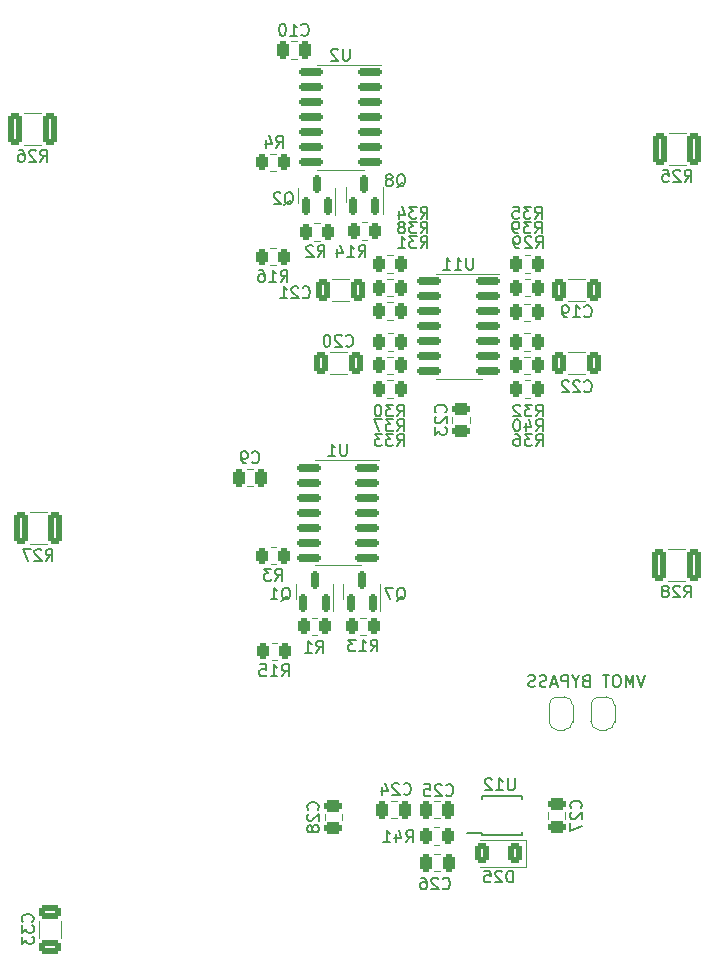
<source format=gbr>
%TF.GenerationSoftware,KiCad,Pcbnew,7.0.1*%
%TF.CreationDate,2023-04-06T21:05:58+02:00*%
%TF.ProjectId,Scout_Robot_Motor_Driver,53636f75-745f-4526-9f62-6f745f4d6f74,rev?*%
%TF.SameCoordinates,Original*%
%TF.FileFunction,Legend,Bot*%
%TF.FilePolarity,Positive*%
%FSLAX46Y46*%
G04 Gerber Fmt 4.6, Leading zero omitted, Abs format (unit mm)*
G04 Created by KiCad (PCBNEW 7.0.1) date 2023-04-06 21:05:58*
%MOMM*%
%LPD*%
G01*
G04 APERTURE LIST*
G04 Aperture macros list*
%AMRoundRect*
0 Rectangle with rounded corners*
0 $1 Rounding radius*
0 $2 $3 $4 $5 $6 $7 $8 $9 X,Y pos of 4 corners*
0 Add a 4 corners polygon primitive as box body*
4,1,4,$2,$3,$4,$5,$6,$7,$8,$9,$2,$3,0*
0 Add four circle primitives for the rounded corners*
1,1,$1+$1,$2,$3*
1,1,$1+$1,$4,$5*
1,1,$1+$1,$6,$7*
1,1,$1+$1,$8,$9*
0 Add four rect primitives between the rounded corners*
20,1,$1+$1,$2,$3,$4,$5,0*
20,1,$1+$1,$4,$5,$6,$7,0*
20,1,$1+$1,$6,$7,$8,$9,0*
20,1,$1+$1,$8,$9,$2,$3,0*%
%AMFreePoly0*
4,1,19,0.500000,-0.750000,0.000000,-0.750000,0.000000,-0.744911,-0.071157,-0.744911,-0.207708,-0.704816,-0.327430,-0.627875,-0.420627,-0.520320,-0.479746,-0.390866,-0.500000,-0.250000,-0.500000,0.250000,-0.479746,0.390866,-0.420627,0.520320,-0.327430,0.627875,-0.207708,0.704816,-0.071157,0.744911,0.000000,0.744911,0.000000,0.750000,0.500000,0.750000,0.500000,-0.750000,0.500000,-0.750000,
$1*%
%AMFreePoly1*
4,1,19,0.000000,0.744911,0.071157,0.744911,0.207708,0.704816,0.327430,0.627875,0.420627,0.520320,0.479746,0.390866,0.500000,0.250000,0.500000,-0.250000,0.479746,-0.390866,0.420627,-0.520320,0.327430,-0.627875,0.207708,-0.704816,0.071157,-0.744911,0.000000,-0.744911,0.000000,-0.750000,-0.500000,-0.750000,-0.500000,0.750000,0.000000,0.750000,0.000000,0.744911,0.000000,0.744911,
$1*%
G04 Aperture macros list end*
%ADD10C,0.150000*%
%ADD11C,0.120000*%
%ADD12R,2.000000X2.000000*%
%ADD13C,2.000000*%
%ADD14C,0.800000*%
%ADD15C,6.400000*%
%ADD16R,2.600000X2.600000*%
%ADD17C,2.600000*%
%ADD18RoundRect,0.250000X0.600000X0.725000X-0.600000X0.725000X-0.600000X-0.725000X0.600000X-0.725000X0*%
%ADD19O,1.700000X1.950000*%
%ADD20RoundRect,0.250000X0.600000X-0.600000X0.600000X0.600000X-0.600000X0.600000X-0.600000X-0.600000X0*%
%ADD21C,1.700000*%
%ADD22C,1.440000*%
%ADD23RoundRect,0.250000X0.262500X0.450000X-0.262500X0.450000X-0.262500X-0.450000X0.262500X-0.450000X0*%
%ADD24R,1.400000X0.300000*%
%ADD25RoundRect,0.150000X0.150000X-0.587500X0.150000X0.587500X-0.150000X0.587500X-0.150000X-0.587500X0*%
%ADD26RoundRect,0.250000X-0.650000X0.325000X-0.650000X-0.325000X0.650000X-0.325000X0.650000X0.325000X0*%
%ADD27RoundRect,0.250000X0.375000X0.625000X-0.375000X0.625000X-0.375000X-0.625000X0.375000X-0.625000X0*%
%ADD28RoundRect,0.250000X-0.262500X-0.450000X0.262500X-0.450000X0.262500X0.450000X-0.262500X0.450000X0*%
%ADD29RoundRect,0.150000X0.825000X0.150000X-0.825000X0.150000X-0.825000X-0.150000X0.825000X-0.150000X0*%
%ADD30RoundRect,0.250000X-0.312500X-1.075000X0.312500X-1.075000X0.312500X1.075000X-0.312500X1.075000X0*%
%ADD31FreePoly0,90.000000*%
%ADD32FreePoly1,90.000000*%
%ADD33RoundRect,0.250000X-0.325000X-0.650000X0.325000X-0.650000X0.325000X0.650000X-0.325000X0.650000X0*%
%ADD34RoundRect,0.250000X0.250000X0.475000X-0.250000X0.475000X-0.250000X-0.475000X0.250000X-0.475000X0*%
%ADD35RoundRect,0.250000X0.325000X0.650000X-0.325000X0.650000X-0.325000X-0.650000X0.325000X-0.650000X0*%
%ADD36RoundRect,0.250000X-0.475000X0.250000X-0.475000X-0.250000X0.475000X-0.250000X0.475000X0.250000X0*%
%ADD37RoundRect,0.250000X0.475000X-0.250000X0.475000X0.250000X-0.475000X0.250000X-0.475000X-0.250000X0*%
G04 APERTURE END LIST*
D10*
X237904761Y-116627619D02*
X237571428Y-117627619D01*
X237571428Y-117627619D02*
X237238095Y-116627619D01*
X236904761Y-117627619D02*
X236904761Y-116627619D01*
X236904761Y-116627619D02*
X236571428Y-117341904D01*
X236571428Y-117341904D02*
X236238095Y-116627619D01*
X236238095Y-116627619D02*
X236238095Y-117627619D01*
X235571428Y-116627619D02*
X235380952Y-116627619D01*
X235380952Y-116627619D02*
X235285714Y-116675238D01*
X235285714Y-116675238D02*
X235190476Y-116770476D01*
X235190476Y-116770476D02*
X235142857Y-116960952D01*
X235142857Y-116960952D02*
X235142857Y-117294285D01*
X235142857Y-117294285D02*
X235190476Y-117484761D01*
X235190476Y-117484761D02*
X235285714Y-117580000D01*
X235285714Y-117580000D02*
X235380952Y-117627619D01*
X235380952Y-117627619D02*
X235571428Y-117627619D01*
X235571428Y-117627619D02*
X235666666Y-117580000D01*
X235666666Y-117580000D02*
X235761904Y-117484761D01*
X235761904Y-117484761D02*
X235809523Y-117294285D01*
X235809523Y-117294285D02*
X235809523Y-116960952D01*
X235809523Y-116960952D02*
X235761904Y-116770476D01*
X235761904Y-116770476D02*
X235666666Y-116675238D01*
X235666666Y-116675238D02*
X235571428Y-116627619D01*
X234857142Y-116627619D02*
X234285714Y-116627619D01*
X234571428Y-117627619D02*
X234571428Y-116627619D01*
X232857142Y-117103809D02*
X232714285Y-117151428D01*
X232714285Y-117151428D02*
X232666666Y-117199047D01*
X232666666Y-117199047D02*
X232619047Y-117294285D01*
X232619047Y-117294285D02*
X232619047Y-117437142D01*
X232619047Y-117437142D02*
X232666666Y-117532380D01*
X232666666Y-117532380D02*
X232714285Y-117580000D01*
X232714285Y-117580000D02*
X232809523Y-117627619D01*
X232809523Y-117627619D02*
X233190475Y-117627619D01*
X233190475Y-117627619D02*
X233190475Y-116627619D01*
X233190475Y-116627619D02*
X232857142Y-116627619D01*
X232857142Y-116627619D02*
X232761904Y-116675238D01*
X232761904Y-116675238D02*
X232714285Y-116722857D01*
X232714285Y-116722857D02*
X232666666Y-116818095D01*
X232666666Y-116818095D02*
X232666666Y-116913333D01*
X232666666Y-116913333D02*
X232714285Y-117008571D01*
X232714285Y-117008571D02*
X232761904Y-117056190D01*
X232761904Y-117056190D02*
X232857142Y-117103809D01*
X232857142Y-117103809D02*
X233190475Y-117103809D01*
X231999999Y-117151428D02*
X231999999Y-117627619D01*
X232333332Y-116627619D02*
X231999999Y-117151428D01*
X231999999Y-117151428D02*
X231666666Y-116627619D01*
X231333332Y-117627619D02*
X231333332Y-116627619D01*
X231333332Y-116627619D02*
X230952380Y-116627619D01*
X230952380Y-116627619D02*
X230857142Y-116675238D01*
X230857142Y-116675238D02*
X230809523Y-116722857D01*
X230809523Y-116722857D02*
X230761904Y-116818095D01*
X230761904Y-116818095D02*
X230761904Y-116960952D01*
X230761904Y-116960952D02*
X230809523Y-117056190D01*
X230809523Y-117056190D02*
X230857142Y-117103809D01*
X230857142Y-117103809D02*
X230952380Y-117151428D01*
X230952380Y-117151428D02*
X231333332Y-117151428D01*
X230380951Y-117341904D02*
X229904761Y-117341904D01*
X230476189Y-117627619D02*
X230142856Y-116627619D01*
X230142856Y-116627619D02*
X229809523Y-117627619D01*
X229523808Y-117580000D02*
X229380951Y-117627619D01*
X229380951Y-117627619D02*
X229142856Y-117627619D01*
X229142856Y-117627619D02*
X229047618Y-117580000D01*
X229047618Y-117580000D02*
X228999999Y-117532380D01*
X228999999Y-117532380D02*
X228952380Y-117437142D01*
X228952380Y-117437142D02*
X228952380Y-117341904D01*
X228952380Y-117341904D02*
X228999999Y-117246666D01*
X228999999Y-117246666D02*
X229047618Y-117199047D01*
X229047618Y-117199047D02*
X229142856Y-117151428D01*
X229142856Y-117151428D02*
X229333332Y-117103809D01*
X229333332Y-117103809D02*
X229428570Y-117056190D01*
X229428570Y-117056190D02*
X229476189Y-117008571D01*
X229476189Y-117008571D02*
X229523808Y-116913333D01*
X229523808Y-116913333D02*
X229523808Y-116818095D01*
X229523808Y-116818095D02*
X229476189Y-116722857D01*
X229476189Y-116722857D02*
X229428570Y-116675238D01*
X229428570Y-116675238D02*
X229333332Y-116627619D01*
X229333332Y-116627619D02*
X229095237Y-116627619D01*
X229095237Y-116627619D02*
X228952380Y-116675238D01*
X228571427Y-117580000D02*
X228428570Y-117627619D01*
X228428570Y-117627619D02*
X228190475Y-117627619D01*
X228190475Y-117627619D02*
X228095237Y-117580000D01*
X228095237Y-117580000D02*
X228047618Y-117532380D01*
X228047618Y-117532380D02*
X227999999Y-117437142D01*
X227999999Y-117437142D02*
X227999999Y-117341904D01*
X227999999Y-117341904D02*
X228047618Y-117246666D01*
X228047618Y-117246666D02*
X228095237Y-117199047D01*
X228095237Y-117199047D02*
X228190475Y-117151428D01*
X228190475Y-117151428D02*
X228380951Y-117103809D01*
X228380951Y-117103809D02*
X228476189Y-117056190D01*
X228476189Y-117056190D02*
X228523808Y-117008571D01*
X228523808Y-117008571D02*
X228571427Y-116913333D01*
X228571427Y-116913333D02*
X228571427Y-116818095D01*
X228571427Y-116818095D02*
X228523808Y-116722857D01*
X228523808Y-116722857D02*
X228476189Y-116675238D01*
X228476189Y-116675238D02*
X228380951Y-116627619D01*
X228380951Y-116627619D02*
X228142856Y-116627619D01*
X228142856Y-116627619D02*
X227999999Y-116675238D01*
%TO.C,R31*%
X218892857Y-80462619D02*
X219226190Y-79986428D01*
X219464285Y-80462619D02*
X219464285Y-79462619D01*
X219464285Y-79462619D02*
X219083333Y-79462619D01*
X219083333Y-79462619D02*
X218988095Y-79510238D01*
X218988095Y-79510238D02*
X218940476Y-79557857D01*
X218940476Y-79557857D02*
X218892857Y-79653095D01*
X218892857Y-79653095D02*
X218892857Y-79795952D01*
X218892857Y-79795952D02*
X218940476Y-79891190D01*
X218940476Y-79891190D02*
X218988095Y-79938809D01*
X218988095Y-79938809D02*
X219083333Y-79986428D01*
X219083333Y-79986428D02*
X219464285Y-79986428D01*
X218559523Y-79462619D02*
X217940476Y-79462619D01*
X217940476Y-79462619D02*
X218273809Y-79843571D01*
X218273809Y-79843571D02*
X218130952Y-79843571D01*
X218130952Y-79843571D02*
X218035714Y-79891190D01*
X218035714Y-79891190D02*
X217988095Y-79938809D01*
X217988095Y-79938809D02*
X217940476Y-80034047D01*
X217940476Y-80034047D02*
X217940476Y-80272142D01*
X217940476Y-80272142D02*
X217988095Y-80367380D01*
X217988095Y-80367380D02*
X218035714Y-80415000D01*
X218035714Y-80415000D02*
X218130952Y-80462619D01*
X218130952Y-80462619D02*
X218416666Y-80462619D01*
X218416666Y-80462619D02*
X218511904Y-80415000D01*
X218511904Y-80415000D02*
X218559523Y-80367380D01*
X216988095Y-80462619D02*
X217559523Y-80462619D01*
X217273809Y-80462619D02*
X217273809Y-79462619D01*
X217273809Y-79462619D02*
X217369047Y-79605476D01*
X217369047Y-79605476D02*
X217464285Y-79700714D01*
X217464285Y-79700714D02*
X217559523Y-79748333D01*
%TO.C,U12*%
X226838094Y-125362619D02*
X226838094Y-126172142D01*
X226838094Y-126172142D02*
X226790475Y-126267380D01*
X226790475Y-126267380D02*
X226742856Y-126315000D01*
X226742856Y-126315000D02*
X226647618Y-126362619D01*
X226647618Y-126362619D02*
X226457142Y-126362619D01*
X226457142Y-126362619D02*
X226361904Y-126315000D01*
X226361904Y-126315000D02*
X226314285Y-126267380D01*
X226314285Y-126267380D02*
X226266666Y-126172142D01*
X226266666Y-126172142D02*
X226266666Y-125362619D01*
X225266666Y-126362619D02*
X225838094Y-126362619D01*
X225552380Y-126362619D02*
X225552380Y-125362619D01*
X225552380Y-125362619D02*
X225647618Y-125505476D01*
X225647618Y-125505476D02*
X225742856Y-125600714D01*
X225742856Y-125600714D02*
X225838094Y-125648333D01*
X224885713Y-125457857D02*
X224838094Y-125410238D01*
X224838094Y-125410238D02*
X224742856Y-125362619D01*
X224742856Y-125362619D02*
X224504761Y-125362619D01*
X224504761Y-125362619D02*
X224409523Y-125410238D01*
X224409523Y-125410238D02*
X224361904Y-125457857D01*
X224361904Y-125457857D02*
X224314285Y-125553095D01*
X224314285Y-125553095D02*
X224314285Y-125648333D01*
X224314285Y-125648333D02*
X224361904Y-125791190D01*
X224361904Y-125791190D02*
X224933332Y-126362619D01*
X224933332Y-126362619D02*
X224314285Y-126362619D01*
%TO.C,Q7*%
X216845238Y-110307857D02*
X216940476Y-110260238D01*
X216940476Y-110260238D02*
X217035714Y-110165000D01*
X217035714Y-110165000D02*
X217178571Y-110022142D01*
X217178571Y-110022142D02*
X217273809Y-109974523D01*
X217273809Y-109974523D02*
X217369047Y-109974523D01*
X217321428Y-110212619D02*
X217416666Y-110165000D01*
X217416666Y-110165000D02*
X217511904Y-110069761D01*
X217511904Y-110069761D02*
X217559523Y-109879285D01*
X217559523Y-109879285D02*
X217559523Y-109545952D01*
X217559523Y-109545952D02*
X217511904Y-109355476D01*
X217511904Y-109355476D02*
X217416666Y-109260238D01*
X217416666Y-109260238D02*
X217321428Y-109212619D01*
X217321428Y-109212619D02*
X217130952Y-109212619D01*
X217130952Y-109212619D02*
X217035714Y-109260238D01*
X217035714Y-109260238D02*
X216940476Y-109355476D01*
X216940476Y-109355476D02*
X216892857Y-109545952D01*
X216892857Y-109545952D02*
X216892857Y-109879285D01*
X216892857Y-109879285D02*
X216940476Y-110069761D01*
X216940476Y-110069761D02*
X217035714Y-110165000D01*
X217035714Y-110165000D02*
X217130952Y-110212619D01*
X217130952Y-110212619D02*
X217321428Y-110212619D01*
X216559523Y-109212619D02*
X215892857Y-109212619D01*
X215892857Y-109212619D02*
X216321428Y-110212619D01*
%TO.C,C33*%
X186017380Y-137482142D02*
X186065000Y-137434523D01*
X186065000Y-137434523D02*
X186112619Y-137291666D01*
X186112619Y-137291666D02*
X186112619Y-137196428D01*
X186112619Y-137196428D02*
X186065000Y-137053571D01*
X186065000Y-137053571D02*
X185969761Y-136958333D01*
X185969761Y-136958333D02*
X185874523Y-136910714D01*
X185874523Y-136910714D02*
X185684047Y-136863095D01*
X185684047Y-136863095D02*
X185541190Y-136863095D01*
X185541190Y-136863095D02*
X185350714Y-136910714D01*
X185350714Y-136910714D02*
X185255476Y-136958333D01*
X185255476Y-136958333D02*
X185160238Y-137053571D01*
X185160238Y-137053571D02*
X185112619Y-137196428D01*
X185112619Y-137196428D02*
X185112619Y-137291666D01*
X185112619Y-137291666D02*
X185160238Y-137434523D01*
X185160238Y-137434523D02*
X185207857Y-137482142D01*
X185112619Y-137815476D02*
X185112619Y-138434523D01*
X185112619Y-138434523D02*
X185493571Y-138101190D01*
X185493571Y-138101190D02*
X185493571Y-138244047D01*
X185493571Y-138244047D02*
X185541190Y-138339285D01*
X185541190Y-138339285D02*
X185588809Y-138386904D01*
X185588809Y-138386904D02*
X185684047Y-138434523D01*
X185684047Y-138434523D02*
X185922142Y-138434523D01*
X185922142Y-138434523D02*
X186017380Y-138386904D01*
X186017380Y-138386904D02*
X186065000Y-138339285D01*
X186065000Y-138339285D02*
X186112619Y-138244047D01*
X186112619Y-138244047D02*
X186112619Y-137958333D01*
X186112619Y-137958333D02*
X186065000Y-137863095D01*
X186065000Y-137863095D02*
X186017380Y-137815476D01*
X185112619Y-138767857D02*
X185112619Y-139386904D01*
X185112619Y-139386904D02*
X185493571Y-139053571D01*
X185493571Y-139053571D02*
X185493571Y-139196428D01*
X185493571Y-139196428D02*
X185541190Y-139291666D01*
X185541190Y-139291666D02*
X185588809Y-139339285D01*
X185588809Y-139339285D02*
X185684047Y-139386904D01*
X185684047Y-139386904D02*
X185922142Y-139386904D01*
X185922142Y-139386904D02*
X186017380Y-139339285D01*
X186017380Y-139339285D02*
X186065000Y-139291666D01*
X186065000Y-139291666D02*
X186112619Y-139196428D01*
X186112619Y-139196428D02*
X186112619Y-138910714D01*
X186112619Y-138910714D02*
X186065000Y-138815476D01*
X186065000Y-138815476D02*
X186017380Y-138767857D01*
%TO.C,D25*%
X226714285Y-134162619D02*
X226714285Y-133162619D01*
X226714285Y-133162619D02*
X226476190Y-133162619D01*
X226476190Y-133162619D02*
X226333333Y-133210238D01*
X226333333Y-133210238D02*
X226238095Y-133305476D01*
X226238095Y-133305476D02*
X226190476Y-133400714D01*
X226190476Y-133400714D02*
X226142857Y-133591190D01*
X226142857Y-133591190D02*
X226142857Y-133734047D01*
X226142857Y-133734047D02*
X226190476Y-133924523D01*
X226190476Y-133924523D02*
X226238095Y-134019761D01*
X226238095Y-134019761D02*
X226333333Y-134115000D01*
X226333333Y-134115000D02*
X226476190Y-134162619D01*
X226476190Y-134162619D02*
X226714285Y-134162619D01*
X225761904Y-133257857D02*
X225714285Y-133210238D01*
X225714285Y-133210238D02*
X225619047Y-133162619D01*
X225619047Y-133162619D02*
X225380952Y-133162619D01*
X225380952Y-133162619D02*
X225285714Y-133210238D01*
X225285714Y-133210238D02*
X225238095Y-133257857D01*
X225238095Y-133257857D02*
X225190476Y-133353095D01*
X225190476Y-133353095D02*
X225190476Y-133448333D01*
X225190476Y-133448333D02*
X225238095Y-133591190D01*
X225238095Y-133591190D02*
X225809523Y-134162619D01*
X225809523Y-134162619D02*
X225190476Y-134162619D01*
X224285714Y-133162619D02*
X224761904Y-133162619D01*
X224761904Y-133162619D02*
X224809523Y-133638809D01*
X224809523Y-133638809D02*
X224761904Y-133591190D01*
X224761904Y-133591190D02*
X224666666Y-133543571D01*
X224666666Y-133543571D02*
X224428571Y-133543571D01*
X224428571Y-133543571D02*
X224333333Y-133591190D01*
X224333333Y-133591190D02*
X224285714Y-133638809D01*
X224285714Y-133638809D02*
X224238095Y-133734047D01*
X224238095Y-133734047D02*
X224238095Y-133972142D01*
X224238095Y-133972142D02*
X224285714Y-134067380D01*
X224285714Y-134067380D02*
X224333333Y-134115000D01*
X224333333Y-134115000D02*
X224428571Y-134162619D01*
X224428571Y-134162619D02*
X224666666Y-134162619D01*
X224666666Y-134162619D02*
X224761904Y-134115000D01*
X224761904Y-134115000D02*
X224809523Y-134067380D01*
%TO.C,R36*%
X228642857Y-97212619D02*
X228976190Y-96736428D01*
X229214285Y-97212619D02*
X229214285Y-96212619D01*
X229214285Y-96212619D02*
X228833333Y-96212619D01*
X228833333Y-96212619D02*
X228738095Y-96260238D01*
X228738095Y-96260238D02*
X228690476Y-96307857D01*
X228690476Y-96307857D02*
X228642857Y-96403095D01*
X228642857Y-96403095D02*
X228642857Y-96545952D01*
X228642857Y-96545952D02*
X228690476Y-96641190D01*
X228690476Y-96641190D02*
X228738095Y-96688809D01*
X228738095Y-96688809D02*
X228833333Y-96736428D01*
X228833333Y-96736428D02*
X229214285Y-96736428D01*
X228309523Y-96212619D02*
X227690476Y-96212619D01*
X227690476Y-96212619D02*
X228023809Y-96593571D01*
X228023809Y-96593571D02*
X227880952Y-96593571D01*
X227880952Y-96593571D02*
X227785714Y-96641190D01*
X227785714Y-96641190D02*
X227738095Y-96688809D01*
X227738095Y-96688809D02*
X227690476Y-96784047D01*
X227690476Y-96784047D02*
X227690476Y-97022142D01*
X227690476Y-97022142D02*
X227738095Y-97117380D01*
X227738095Y-97117380D02*
X227785714Y-97165000D01*
X227785714Y-97165000D02*
X227880952Y-97212619D01*
X227880952Y-97212619D02*
X228166666Y-97212619D01*
X228166666Y-97212619D02*
X228261904Y-97165000D01*
X228261904Y-97165000D02*
X228309523Y-97117380D01*
X226833333Y-96212619D02*
X227023809Y-96212619D01*
X227023809Y-96212619D02*
X227119047Y-96260238D01*
X227119047Y-96260238D02*
X227166666Y-96307857D01*
X227166666Y-96307857D02*
X227261904Y-96450714D01*
X227261904Y-96450714D02*
X227309523Y-96641190D01*
X227309523Y-96641190D02*
X227309523Y-97022142D01*
X227309523Y-97022142D02*
X227261904Y-97117380D01*
X227261904Y-97117380D02*
X227214285Y-97165000D01*
X227214285Y-97165000D02*
X227119047Y-97212619D01*
X227119047Y-97212619D02*
X226928571Y-97212619D01*
X226928571Y-97212619D02*
X226833333Y-97165000D01*
X226833333Y-97165000D02*
X226785714Y-97117380D01*
X226785714Y-97117380D02*
X226738095Y-97022142D01*
X226738095Y-97022142D02*
X226738095Y-96784047D01*
X226738095Y-96784047D02*
X226785714Y-96688809D01*
X226785714Y-96688809D02*
X226833333Y-96641190D01*
X226833333Y-96641190D02*
X226928571Y-96593571D01*
X226928571Y-96593571D02*
X227119047Y-96593571D01*
X227119047Y-96593571D02*
X227214285Y-96641190D01*
X227214285Y-96641190D02*
X227261904Y-96688809D01*
X227261904Y-96688809D02*
X227309523Y-96784047D01*
%TO.C,R33*%
X216892857Y-97212619D02*
X217226190Y-96736428D01*
X217464285Y-97212619D02*
X217464285Y-96212619D01*
X217464285Y-96212619D02*
X217083333Y-96212619D01*
X217083333Y-96212619D02*
X216988095Y-96260238D01*
X216988095Y-96260238D02*
X216940476Y-96307857D01*
X216940476Y-96307857D02*
X216892857Y-96403095D01*
X216892857Y-96403095D02*
X216892857Y-96545952D01*
X216892857Y-96545952D02*
X216940476Y-96641190D01*
X216940476Y-96641190D02*
X216988095Y-96688809D01*
X216988095Y-96688809D02*
X217083333Y-96736428D01*
X217083333Y-96736428D02*
X217464285Y-96736428D01*
X216559523Y-96212619D02*
X215940476Y-96212619D01*
X215940476Y-96212619D02*
X216273809Y-96593571D01*
X216273809Y-96593571D02*
X216130952Y-96593571D01*
X216130952Y-96593571D02*
X216035714Y-96641190D01*
X216035714Y-96641190D02*
X215988095Y-96688809D01*
X215988095Y-96688809D02*
X215940476Y-96784047D01*
X215940476Y-96784047D02*
X215940476Y-97022142D01*
X215940476Y-97022142D02*
X215988095Y-97117380D01*
X215988095Y-97117380D02*
X216035714Y-97165000D01*
X216035714Y-97165000D02*
X216130952Y-97212619D01*
X216130952Y-97212619D02*
X216416666Y-97212619D01*
X216416666Y-97212619D02*
X216511904Y-97165000D01*
X216511904Y-97165000D02*
X216559523Y-97117380D01*
X215607142Y-96212619D02*
X214988095Y-96212619D01*
X214988095Y-96212619D02*
X215321428Y-96593571D01*
X215321428Y-96593571D02*
X215178571Y-96593571D01*
X215178571Y-96593571D02*
X215083333Y-96641190D01*
X215083333Y-96641190D02*
X215035714Y-96688809D01*
X215035714Y-96688809D02*
X214988095Y-96784047D01*
X214988095Y-96784047D02*
X214988095Y-97022142D01*
X214988095Y-97022142D02*
X215035714Y-97117380D01*
X215035714Y-97117380D02*
X215083333Y-97165000D01*
X215083333Y-97165000D02*
X215178571Y-97212619D01*
X215178571Y-97212619D02*
X215464285Y-97212619D01*
X215464285Y-97212619D02*
X215559523Y-97165000D01*
X215559523Y-97165000D02*
X215607142Y-97117380D01*
%TO.C,R41*%
X217642857Y-130762619D02*
X217976190Y-130286428D01*
X218214285Y-130762619D02*
X218214285Y-129762619D01*
X218214285Y-129762619D02*
X217833333Y-129762619D01*
X217833333Y-129762619D02*
X217738095Y-129810238D01*
X217738095Y-129810238D02*
X217690476Y-129857857D01*
X217690476Y-129857857D02*
X217642857Y-129953095D01*
X217642857Y-129953095D02*
X217642857Y-130095952D01*
X217642857Y-130095952D02*
X217690476Y-130191190D01*
X217690476Y-130191190D02*
X217738095Y-130238809D01*
X217738095Y-130238809D02*
X217833333Y-130286428D01*
X217833333Y-130286428D02*
X218214285Y-130286428D01*
X216785714Y-130095952D02*
X216785714Y-130762619D01*
X217023809Y-129715000D02*
X217261904Y-130429285D01*
X217261904Y-130429285D02*
X216642857Y-130429285D01*
X215738095Y-130762619D02*
X216309523Y-130762619D01*
X216023809Y-130762619D02*
X216023809Y-129762619D01*
X216023809Y-129762619D02*
X216119047Y-129905476D01*
X216119047Y-129905476D02*
X216214285Y-130000714D01*
X216214285Y-130000714D02*
X216309523Y-130048333D01*
%TO.C,U11*%
X223338094Y-81282619D02*
X223338094Y-82092142D01*
X223338094Y-82092142D02*
X223290475Y-82187380D01*
X223290475Y-82187380D02*
X223242856Y-82235000D01*
X223242856Y-82235000D02*
X223147618Y-82282619D01*
X223147618Y-82282619D02*
X222957142Y-82282619D01*
X222957142Y-82282619D02*
X222861904Y-82235000D01*
X222861904Y-82235000D02*
X222814285Y-82187380D01*
X222814285Y-82187380D02*
X222766666Y-82092142D01*
X222766666Y-82092142D02*
X222766666Y-81282619D01*
X221766666Y-82282619D02*
X222338094Y-82282619D01*
X222052380Y-82282619D02*
X222052380Y-81282619D01*
X222052380Y-81282619D02*
X222147618Y-81425476D01*
X222147618Y-81425476D02*
X222242856Y-81520714D01*
X222242856Y-81520714D02*
X222338094Y-81568333D01*
X220814285Y-82282619D02*
X221385713Y-82282619D01*
X221099999Y-82282619D02*
X221099999Y-81282619D01*
X221099999Y-81282619D02*
X221195237Y-81425476D01*
X221195237Y-81425476D02*
X221290475Y-81520714D01*
X221290475Y-81520714D02*
X221385713Y-81568333D01*
%TO.C,R26*%
X186680357Y-73142619D02*
X187013690Y-72666428D01*
X187251785Y-73142619D02*
X187251785Y-72142619D01*
X187251785Y-72142619D02*
X186870833Y-72142619D01*
X186870833Y-72142619D02*
X186775595Y-72190238D01*
X186775595Y-72190238D02*
X186727976Y-72237857D01*
X186727976Y-72237857D02*
X186680357Y-72333095D01*
X186680357Y-72333095D02*
X186680357Y-72475952D01*
X186680357Y-72475952D02*
X186727976Y-72571190D01*
X186727976Y-72571190D02*
X186775595Y-72618809D01*
X186775595Y-72618809D02*
X186870833Y-72666428D01*
X186870833Y-72666428D02*
X187251785Y-72666428D01*
X186299404Y-72237857D02*
X186251785Y-72190238D01*
X186251785Y-72190238D02*
X186156547Y-72142619D01*
X186156547Y-72142619D02*
X185918452Y-72142619D01*
X185918452Y-72142619D02*
X185823214Y-72190238D01*
X185823214Y-72190238D02*
X185775595Y-72237857D01*
X185775595Y-72237857D02*
X185727976Y-72333095D01*
X185727976Y-72333095D02*
X185727976Y-72428333D01*
X185727976Y-72428333D02*
X185775595Y-72571190D01*
X185775595Y-72571190D02*
X186347023Y-73142619D01*
X186347023Y-73142619D02*
X185727976Y-73142619D01*
X184870833Y-72142619D02*
X185061309Y-72142619D01*
X185061309Y-72142619D02*
X185156547Y-72190238D01*
X185156547Y-72190238D02*
X185204166Y-72237857D01*
X185204166Y-72237857D02*
X185299404Y-72380714D01*
X185299404Y-72380714D02*
X185347023Y-72571190D01*
X185347023Y-72571190D02*
X185347023Y-72952142D01*
X185347023Y-72952142D02*
X185299404Y-73047380D01*
X185299404Y-73047380D02*
X185251785Y-73095000D01*
X185251785Y-73095000D02*
X185156547Y-73142619D01*
X185156547Y-73142619D02*
X184966071Y-73142619D01*
X184966071Y-73142619D02*
X184870833Y-73095000D01*
X184870833Y-73095000D02*
X184823214Y-73047380D01*
X184823214Y-73047380D02*
X184775595Y-72952142D01*
X184775595Y-72952142D02*
X184775595Y-72714047D01*
X184775595Y-72714047D02*
X184823214Y-72618809D01*
X184823214Y-72618809D02*
X184870833Y-72571190D01*
X184870833Y-72571190D02*
X184966071Y-72523571D01*
X184966071Y-72523571D02*
X185156547Y-72523571D01*
X185156547Y-72523571D02*
X185251785Y-72571190D01*
X185251785Y-72571190D02*
X185299404Y-72618809D01*
X185299404Y-72618809D02*
X185347023Y-72714047D01*
%TO.C,C19*%
X232742857Y-86217380D02*
X232790476Y-86265000D01*
X232790476Y-86265000D02*
X232933333Y-86312619D01*
X232933333Y-86312619D02*
X233028571Y-86312619D01*
X233028571Y-86312619D02*
X233171428Y-86265000D01*
X233171428Y-86265000D02*
X233266666Y-86169761D01*
X233266666Y-86169761D02*
X233314285Y-86074523D01*
X233314285Y-86074523D02*
X233361904Y-85884047D01*
X233361904Y-85884047D02*
X233361904Y-85741190D01*
X233361904Y-85741190D02*
X233314285Y-85550714D01*
X233314285Y-85550714D02*
X233266666Y-85455476D01*
X233266666Y-85455476D02*
X233171428Y-85360238D01*
X233171428Y-85360238D02*
X233028571Y-85312619D01*
X233028571Y-85312619D02*
X232933333Y-85312619D01*
X232933333Y-85312619D02*
X232790476Y-85360238D01*
X232790476Y-85360238D02*
X232742857Y-85407857D01*
X231790476Y-86312619D02*
X232361904Y-86312619D01*
X232076190Y-86312619D02*
X232076190Y-85312619D01*
X232076190Y-85312619D02*
X232171428Y-85455476D01*
X232171428Y-85455476D02*
X232266666Y-85550714D01*
X232266666Y-85550714D02*
X232361904Y-85598333D01*
X231314285Y-86312619D02*
X231123809Y-86312619D01*
X231123809Y-86312619D02*
X231028571Y-86265000D01*
X231028571Y-86265000D02*
X230980952Y-86217380D01*
X230980952Y-86217380D02*
X230885714Y-86074523D01*
X230885714Y-86074523D02*
X230838095Y-85884047D01*
X230838095Y-85884047D02*
X230838095Y-85503095D01*
X230838095Y-85503095D02*
X230885714Y-85407857D01*
X230885714Y-85407857D02*
X230933333Y-85360238D01*
X230933333Y-85360238D02*
X231028571Y-85312619D01*
X231028571Y-85312619D02*
X231219047Y-85312619D01*
X231219047Y-85312619D02*
X231314285Y-85360238D01*
X231314285Y-85360238D02*
X231361904Y-85407857D01*
X231361904Y-85407857D02*
X231409523Y-85503095D01*
X231409523Y-85503095D02*
X231409523Y-85741190D01*
X231409523Y-85741190D02*
X231361904Y-85836428D01*
X231361904Y-85836428D02*
X231314285Y-85884047D01*
X231314285Y-85884047D02*
X231219047Y-85931666D01*
X231219047Y-85931666D02*
X231028571Y-85931666D01*
X231028571Y-85931666D02*
X230933333Y-85884047D01*
X230933333Y-85884047D02*
X230885714Y-85836428D01*
X230885714Y-85836428D02*
X230838095Y-85741190D01*
%TO.C,R38*%
X218892857Y-79212619D02*
X219226190Y-78736428D01*
X219464285Y-79212619D02*
X219464285Y-78212619D01*
X219464285Y-78212619D02*
X219083333Y-78212619D01*
X219083333Y-78212619D02*
X218988095Y-78260238D01*
X218988095Y-78260238D02*
X218940476Y-78307857D01*
X218940476Y-78307857D02*
X218892857Y-78403095D01*
X218892857Y-78403095D02*
X218892857Y-78545952D01*
X218892857Y-78545952D02*
X218940476Y-78641190D01*
X218940476Y-78641190D02*
X218988095Y-78688809D01*
X218988095Y-78688809D02*
X219083333Y-78736428D01*
X219083333Y-78736428D02*
X219464285Y-78736428D01*
X218559523Y-78212619D02*
X217940476Y-78212619D01*
X217940476Y-78212619D02*
X218273809Y-78593571D01*
X218273809Y-78593571D02*
X218130952Y-78593571D01*
X218130952Y-78593571D02*
X218035714Y-78641190D01*
X218035714Y-78641190D02*
X217988095Y-78688809D01*
X217988095Y-78688809D02*
X217940476Y-78784047D01*
X217940476Y-78784047D02*
X217940476Y-79022142D01*
X217940476Y-79022142D02*
X217988095Y-79117380D01*
X217988095Y-79117380D02*
X218035714Y-79165000D01*
X218035714Y-79165000D02*
X218130952Y-79212619D01*
X218130952Y-79212619D02*
X218416666Y-79212619D01*
X218416666Y-79212619D02*
X218511904Y-79165000D01*
X218511904Y-79165000D02*
X218559523Y-79117380D01*
X217369047Y-78641190D02*
X217464285Y-78593571D01*
X217464285Y-78593571D02*
X217511904Y-78545952D01*
X217511904Y-78545952D02*
X217559523Y-78450714D01*
X217559523Y-78450714D02*
X217559523Y-78403095D01*
X217559523Y-78403095D02*
X217511904Y-78307857D01*
X217511904Y-78307857D02*
X217464285Y-78260238D01*
X217464285Y-78260238D02*
X217369047Y-78212619D01*
X217369047Y-78212619D02*
X217178571Y-78212619D01*
X217178571Y-78212619D02*
X217083333Y-78260238D01*
X217083333Y-78260238D02*
X217035714Y-78307857D01*
X217035714Y-78307857D02*
X216988095Y-78403095D01*
X216988095Y-78403095D02*
X216988095Y-78450714D01*
X216988095Y-78450714D02*
X217035714Y-78545952D01*
X217035714Y-78545952D02*
X217083333Y-78593571D01*
X217083333Y-78593571D02*
X217178571Y-78641190D01*
X217178571Y-78641190D02*
X217369047Y-78641190D01*
X217369047Y-78641190D02*
X217464285Y-78688809D01*
X217464285Y-78688809D02*
X217511904Y-78736428D01*
X217511904Y-78736428D02*
X217559523Y-78831666D01*
X217559523Y-78831666D02*
X217559523Y-79022142D01*
X217559523Y-79022142D02*
X217511904Y-79117380D01*
X217511904Y-79117380D02*
X217464285Y-79165000D01*
X217464285Y-79165000D02*
X217369047Y-79212619D01*
X217369047Y-79212619D02*
X217178571Y-79212619D01*
X217178571Y-79212619D02*
X217083333Y-79165000D01*
X217083333Y-79165000D02*
X217035714Y-79117380D01*
X217035714Y-79117380D02*
X216988095Y-79022142D01*
X216988095Y-79022142D02*
X216988095Y-78831666D01*
X216988095Y-78831666D02*
X217035714Y-78736428D01*
X217035714Y-78736428D02*
X217083333Y-78688809D01*
X217083333Y-78688809D02*
X217178571Y-78641190D01*
%TO.C,U2*%
X212861904Y-63582619D02*
X212861904Y-64392142D01*
X212861904Y-64392142D02*
X212814285Y-64487380D01*
X212814285Y-64487380D02*
X212766666Y-64535000D01*
X212766666Y-64535000D02*
X212671428Y-64582619D01*
X212671428Y-64582619D02*
X212480952Y-64582619D01*
X212480952Y-64582619D02*
X212385714Y-64535000D01*
X212385714Y-64535000D02*
X212338095Y-64487380D01*
X212338095Y-64487380D02*
X212290476Y-64392142D01*
X212290476Y-64392142D02*
X212290476Y-63582619D01*
X211861904Y-63677857D02*
X211814285Y-63630238D01*
X211814285Y-63630238D02*
X211719047Y-63582619D01*
X211719047Y-63582619D02*
X211480952Y-63582619D01*
X211480952Y-63582619D02*
X211385714Y-63630238D01*
X211385714Y-63630238D02*
X211338095Y-63677857D01*
X211338095Y-63677857D02*
X211290476Y-63773095D01*
X211290476Y-63773095D02*
X211290476Y-63868333D01*
X211290476Y-63868333D02*
X211338095Y-64011190D01*
X211338095Y-64011190D02*
X211909523Y-64582619D01*
X211909523Y-64582619D02*
X211290476Y-64582619D01*
%TO.C,R27*%
X187142857Y-106942619D02*
X187476190Y-106466428D01*
X187714285Y-106942619D02*
X187714285Y-105942619D01*
X187714285Y-105942619D02*
X187333333Y-105942619D01*
X187333333Y-105942619D02*
X187238095Y-105990238D01*
X187238095Y-105990238D02*
X187190476Y-106037857D01*
X187190476Y-106037857D02*
X187142857Y-106133095D01*
X187142857Y-106133095D02*
X187142857Y-106275952D01*
X187142857Y-106275952D02*
X187190476Y-106371190D01*
X187190476Y-106371190D02*
X187238095Y-106418809D01*
X187238095Y-106418809D02*
X187333333Y-106466428D01*
X187333333Y-106466428D02*
X187714285Y-106466428D01*
X186761904Y-106037857D02*
X186714285Y-105990238D01*
X186714285Y-105990238D02*
X186619047Y-105942619D01*
X186619047Y-105942619D02*
X186380952Y-105942619D01*
X186380952Y-105942619D02*
X186285714Y-105990238D01*
X186285714Y-105990238D02*
X186238095Y-106037857D01*
X186238095Y-106037857D02*
X186190476Y-106133095D01*
X186190476Y-106133095D02*
X186190476Y-106228333D01*
X186190476Y-106228333D02*
X186238095Y-106371190D01*
X186238095Y-106371190D02*
X186809523Y-106942619D01*
X186809523Y-106942619D02*
X186190476Y-106942619D01*
X185857142Y-105942619D02*
X185190476Y-105942619D01*
X185190476Y-105942619D02*
X185619047Y-106942619D01*
%TO.C,C10*%
X208792857Y-62387380D02*
X208840476Y-62435000D01*
X208840476Y-62435000D02*
X208983333Y-62482619D01*
X208983333Y-62482619D02*
X209078571Y-62482619D01*
X209078571Y-62482619D02*
X209221428Y-62435000D01*
X209221428Y-62435000D02*
X209316666Y-62339761D01*
X209316666Y-62339761D02*
X209364285Y-62244523D01*
X209364285Y-62244523D02*
X209411904Y-62054047D01*
X209411904Y-62054047D02*
X209411904Y-61911190D01*
X209411904Y-61911190D02*
X209364285Y-61720714D01*
X209364285Y-61720714D02*
X209316666Y-61625476D01*
X209316666Y-61625476D02*
X209221428Y-61530238D01*
X209221428Y-61530238D02*
X209078571Y-61482619D01*
X209078571Y-61482619D02*
X208983333Y-61482619D01*
X208983333Y-61482619D02*
X208840476Y-61530238D01*
X208840476Y-61530238D02*
X208792857Y-61577857D01*
X207840476Y-62482619D02*
X208411904Y-62482619D01*
X208126190Y-62482619D02*
X208126190Y-61482619D01*
X208126190Y-61482619D02*
X208221428Y-61625476D01*
X208221428Y-61625476D02*
X208316666Y-61720714D01*
X208316666Y-61720714D02*
X208411904Y-61768333D01*
X207221428Y-61482619D02*
X207126190Y-61482619D01*
X207126190Y-61482619D02*
X207030952Y-61530238D01*
X207030952Y-61530238D02*
X206983333Y-61577857D01*
X206983333Y-61577857D02*
X206935714Y-61673095D01*
X206935714Y-61673095D02*
X206888095Y-61863571D01*
X206888095Y-61863571D02*
X206888095Y-62101666D01*
X206888095Y-62101666D02*
X206935714Y-62292142D01*
X206935714Y-62292142D02*
X206983333Y-62387380D01*
X206983333Y-62387380D02*
X207030952Y-62435000D01*
X207030952Y-62435000D02*
X207126190Y-62482619D01*
X207126190Y-62482619D02*
X207221428Y-62482619D01*
X207221428Y-62482619D02*
X207316666Y-62435000D01*
X207316666Y-62435000D02*
X207364285Y-62387380D01*
X207364285Y-62387380D02*
X207411904Y-62292142D01*
X207411904Y-62292142D02*
X207459523Y-62101666D01*
X207459523Y-62101666D02*
X207459523Y-61863571D01*
X207459523Y-61863571D02*
X207411904Y-61673095D01*
X207411904Y-61673095D02*
X207364285Y-61577857D01*
X207364285Y-61577857D02*
X207316666Y-61530238D01*
X207316666Y-61530238D02*
X207221428Y-61482619D01*
%TO.C,C26*%
X220742857Y-134667380D02*
X220790476Y-134715000D01*
X220790476Y-134715000D02*
X220933333Y-134762619D01*
X220933333Y-134762619D02*
X221028571Y-134762619D01*
X221028571Y-134762619D02*
X221171428Y-134715000D01*
X221171428Y-134715000D02*
X221266666Y-134619761D01*
X221266666Y-134619761D02*
X221314285Y-134524523D01*
X221314285Y-134524523D02*
X221361904Y-134334047D01*
X221361904Y-134334047D02*
X221361904Y-134191190D01*
X221361904Y-134191190D02*
X221314285Y-134000714D01*
X221314285Y-134000714D02*
X221266666Y-133905476D01*
X221266666Y-133905476D02*
X221171428Y-133810238D01*
X221171428Y-133810238D02*
X221028571Y-133762619D01*
X221028571Y-133762619D02*
X220933333Y-133762619D01*
X220933333Y-133762619D02*
X220790476Y-133810238D01*
X220790476Y-133810238D02*
X220742857Y-133857857D01*
X220361904Y-133857857D02*
X220314285Y-133810238D01*
X220314285Y-133810238D02*
X220219047Y-133762619D01*
X220219047Y-133762619D02*
X219980952Y-133762619D01*
X219980952Y-133762619D02*
X219885714Y-133810238D01*
X219885714Y-133810238D02*
X219838095Y-133857857D01*
X219838095Y-133857857D02*
X219790476Y-133953095D01*
X219790476Y-133953095D02*
X219790476Y-134048333D01*
X219790476Y-134048333D02*
X219838095Y-134191190D01*
X219838095Y-134191190D02*
X220409523Y-134762619D01*
X220409523Y-134762619D02*
X219790476Y-134762619D01*
X218933333Y-133762619D02*
X219123809Y-133762619D01*
X219123809Y-133762619D02*
X219219047Y-133810238D01*
X219219047Y-133810238D02*
X219266666Y-133857857D01*
X219266666Y-133857857D02*
X219361904Y-134000714D01*
X219361904Y-134000714D02*
X219409523Y-134191190D01*
X219409523Y-134191190D02*
X219409523Y-134572142D01*
X219409523Y-134572142D02*
X219361904Y-134667380D01*
X219361904Y-134667380D02*
X219314285Y-134715000D01*
X219314285Y-134715000D02*
X219219047Y-134762619D01*
X219219047Y-134762619D02*
X219028571Y-134762619D01*
X219028571Y-134762619D02*
X218933333Y-134715000D01*
X218933333Y-134715000D02*
X218885714Y-134667380D01*
X218885714Y-134667380D02*
X218838095Y-134572142D01*
X218838095Y-134572142D02*
X218838095Y-134334047D01*
X218838095Y-134334047D02*
X218885714Y-134238809D01*
X218885714Y-134238809D02*
X218933333Y-134191190D01*
X218933333Y-134191190D02*
X219028571Y-134143571D01*
X219028571Y-134143571D02*
X219219047Y-134143571D01*
X219219047Y-134143571D02*
X219314285Y-134191190D01*
X219314285Y-134191190D02*
X219361904Y-134238809D01*
X219361904Y-134238809D02*
X219409523Y-134334047D01*
%TO.C,Q1*%
X207095238Y-110307857D02*
X207190476Y-110260238D01*
X207190476Y-110260238D02*
X207285714Y-110165000D01*
X207285714Y-110165000D02*
X207428571Y-110022142D01*
X207428571Y-110022142D02*
X207523809Y-109974523D01*
X207523809Y-109974523D02*
X207619047Y-109974523D01*
X207571428Y-110212619D02*
X207666666Y-110165000D01*
X207666666Y-110165000D02*
X207761904Y-110069761D01*
X207761904Y-110069761D02*
X207809523Y-109879285D01*
X207809523Y-109879285D02*
X207809523Y-109545952D01*
X207809523Y-109545952D02*
X207761904Y-109355476D01*
X207761904Y-109355476D02*
X207666666Y-109260238D01*
X207666666Y-109260238D02*
X207571428Y-109212619D01*
X207571428Y-109212619D02*
X207380952Y-109212619D01*
X207380952Y-109212619D02*
X207285714Y-109260238D01*
X207285714Y-109260238D02*
X207190476Y-109355476D01*
X207190476Y-109355476D02*
X207142857Y-109545952D01*
X207142857Y-109545952D02*
X207142857Y-109879285D01*
X207142857Y-109879285D02*
X207190476Y-110069761D01*
X207190476Y-110069761D02*
X207285714Y-110165000D01*
X207285714Y-110165000D02*
X207380952Y-110212619D01*
X207380952Y-110212619D02*
X207571428Y-110212619D01*
X206190476Y-110212619D02*
X206761904Y-110212619D01*
X206476190Y-110212619D02*
X206476190Y-109212619D01*
X206476190Y-109212619D02*
X206571428Y-109355476D01*
X206571428Y-109355476D02*
X206666666Y-109450714D01*
X206666666Y-109450714D02*
X206761904Y-109498333D01*
%TO.C,R37*%
X216892857Y-95962619D02*
X217226190Y-95486428D01*
X217464285Y-95962619D02*
X217464285Y-94962619D01*
X217464285Y-94962619D02*
X217083333Y-94962619D01*
X217083333Y-94962619D02*
X216988095Y-95010238D01*
X216988095Y-95010238D02*
X216940476Y-95057857D01*
X216940476Y-95057857D02*
X216892857Y-95153095D01*
X216892857Y-95153095D02*
X216892857Y-95295952D01*
X216892857Y-95295952D02*
X216940476Y-95391190D01*
X216940476Y-95391190D02*
X216988095Y-95438809D01*
X216988095Y-95438809D02*
X217083333Y-95486428D01*
X217083333Y-95486428D02*
X217464285Y-95486428D01*
X216559523Y-94962619D02*
X215940476Y-94962619D01*
X215940476Y-94962619D02*
X216273809Y-95343571D01*
X216273809Y-95343571D02*
X216130952Y-95343571D01*
X216130952Y-95343571D02*
X216035714Y-95391190D01*
X216035714Y-95391190D02*
X215988095Y-95438809D01*
X215988095Y-95438809D02*
X215940476Y-95534047D01*
X215940476Y-95534047D02*
X215940476Y-95772142D01*
X215940476Y-95772142D02*
X215988095Y-95867380D01*
X215988095Y-95867380D02*
X216035714Y-95915000D01*
X216035714Y-95915000D02*
X216130952Y-95962619D01*
X216130952Y-95962619D02*
X216416666Y-95962619D01*
X216416666Y-95962619D02*
X216511904Y-95915000D01*
X216511904Y-95915000D02*
X216559523Y-95867380D01*
X215607142Y-94962619D02*
X214940476Y-94962619D01*
X214940476Y-94962619D02*
X215369047Y-95962619D01*
%TO.C,R2*%
X210166666Y-81212619D02*
X210499999Y-80736428D01*
X210738094Y-81212619D02*
X210738094Y-80212619D01*
X210738094Y-80212619D02*
X210357142Y-80212619D01*
X210357142Y-80212619D02*
X210261904Y-80260238D01*
X210261904Y-80260238D02*
X210214285Y-80307857D01*
X210214285Y-80307857D02*
X210166666Y-80403095D01*
X210166666Y-80403095D02*
X210166666Y-80545952D01*
X210166666Y-80545952D02*
X210214285Y-80641190D01*
X210214285Y-80641190D02*
X210261904Y-80688809D01*
X210261904Y-80688809D02*
X210357142Y-80736428D01*
X210357142Y-80736428D02*
X210738094Y-80736428D01*
X209785713Y-80307857D02*
X209738094Y-80260238D01*
X209738094Y-80260238D02*
X209642856Y-80212619D01*
X209642856Y-80212619D02*
X209404761Y-80212619D01*
X209404761Y-80212619D02*
X209309523Y-80260238D01*
X209309523Y-80260238D02*
X209261904Y-80307857D01*
X209261904Y-80307857D02*
X209214285Y-80403095D01*
X209214285Y-80403095D02*
X209214285Y-80498333D01*
X209214285Y-80498333D02*
X209261904Y-80641190D01*
X209261904Y-80641190D02*
X209833332Y-81212619D01*
X209833332Y-81212619D02*
X209214285Y-81212619D01*
%TO.C,R15*%
X207130357Y-116712619D02*
X207463690Y-116236428D01*
X207701785Y-116712619D02*
X207701785Y-115712619D01*
X207701785Y-115712619D02*
X207320833Y-115712619D01*
X207320833Y-115712619D02*
X207225595Y-115760238D01*
X207225595Y-115760238D02*
X207177976Y-115807857D01*
X207177976Y-115807857D02*
X207130357Y-115903095D01*
X207130357Y-115903095D02*
X207130357Y-116045952D01*
X207130357Y-116045952D02*
X207177976Y-116141190D01*
X207177976Y-116141190D02*
X207225595Y-116188809D01*
X207225595Y-116188809D02*
X207320833Y-116236428D01*
X207320833Y-116236428D02*
X207701785Y-116236428D01*
X206177976Y-116712619D02*
X206749404Y-116712619D01*
X206463690Y-116712619D02*
X206463690Y-115712619D01*
X206463690Y-115712619D02*
X206558928Y-115855476D01*
X206558928Y-115855476D02*
X206654166Y-115950714D01*
X206654166Y-115950714D02*
X206749404Y-115998333D01*
X205273214Y-115712619D02*
X205749404Y-115712619D01*
X205749404Y-115712619D02*
X205797023Y-116188809D01*
X205797023Y-116188809D02*
X205749404Y-116141190D01*
X205749404Y-116141190D02*
X205654166Y-116093571D01*
X205654166Y-116093571D02*
X205416071Y-116093571D01*
X205416071Y-116093571D02*
X205320833Y-116141190D01*
X205320833Y-116141190D02*
X205273214Y-116188809D01*
X205273214Y-116188809D02*
X205225595Y-116284047D01*
X205225595Y-116284047D02*
X205225595Y-116522142D01*
X205225595Y-116522142D02*
X205273214Y-116617380D01*
X205273214Y-116617380D02*
X205320833Y-116665000D01*
X205320833Y-116665000D02*
X205416071Y-116712619D01*
X205416071Y-116712619D02*
X205654166Y-116712619D01*
X205654166Y-116712619D02*
X205749404Y-116665000D01*
X205749404Y-116665000D02*
X205797023Y-116617380D01*
%TO.C,R35*%
X228555357Y-77962619D02*
X228888690Y-77486428D01*
X229126785Y-77962619D02*
X229126785Y-76962619D01*
X229126785Y-76962619D02*
X228745833Y-76962619D01*
X228745833Y-76962619D02*
X228650595Y-77010238D01*
X228650595Y-77010238D02*
X228602976Y-77057857D01*
X228602976Y-77057857D02*
X228555357Y-77153095D01*
X228555357Y-77153095D02*
X228555357Y-77295952D01*
X228555357Y-77295952D02*
X228602976Y-77391190D01*
X228602976Y-77391190D02*
X228650595Y-77438809D01*
X228650595Y-77438809D02*
X228745833Y-77486428D01*
X228745833Y-77486428D02*
X229126785Y-77486428D01*
X228222023Y-76962619D02*
X227602976Y-76962619D01*
X227602976Y-76962619D02*
X227936309Y-77343571D01*
X227936309Y-77343571D02*
X227793452Y-77343571D01*
X227793452Y-77343571D02*
X227698214Y-77391190D01*
X227698214Y-77391190D02*
X227650595Y-77438809D01*
X227650595Y-77438809D02*
X227602976Y-77534047D01*
X227602976Y-77534047D02*
X227602976Y-77772142D01*
X227602976Y-77772142D02*
X227650595Y-77867380D01*
X227650595Y-77867380D02*
X227698214Y-77915000D01*
X227698214Y-77915000D02*
X227793452Y-77962619D01*
X227793452Y-77962619D02*
X228079166Y-77962619D01*
X228079166Y-77962619D02*
X228174404Y-77915000D01*
X228174404Y-77915000D02*
X228222023Y-77867380D01*
X226698214Y-76962619D02*
X227174404Y-76962619D01*
X227174404Y-76962619D02*
X227222023Y-77438809D01*
X227222023Y-77438809D02*
X227174404Y-77391190D01*
X227174404Y-77391190D02*
X227079166Y-77343571D01*
X227079166Y-77343571D02*
X226841071Y-77343571D01*
X226841071Y-77343571D02*
X226745833Y-77391190D01*
X226745833Y-77391190D02*
X226698214Y-77438809D01*
X226698214Y-77438809D02*
X226650595Y-77534047D01*
X226650595Y-77534047D02*
X226650595Y-77772142D01*
X226650595Y-77772142D02*
X226698214Y-77867380D01*
X226698214Y-77867380D02*
X226745833Y-77915000D01*
X226745833Y-77915000D02*
X226841071Y-77962619D01*
X226841071Y-77962619D02*
X227079166Y-77962619D01*
X227079166Y-77962619D02*
X227174404Y-77915000D01*
X227174404Y-77915000D02*
X227222023Y-77867380D01*
%TO.C,C9*%
X204616666Y-98587380D02*
X204664285Y-98635000D01*
X204664285Y-98635000D02*
X204807142Y-98682619D01*
X204807142Y-98682619D02*
X204902380Y-98682619D01*
X204902380Y-98682619D02*
X205045237Y-98635000D01*
X205045237Y-98635000D02*
X205140475Y-98539761D01*
X205140475Y-98539761D02*
X205188094Y-98444523D01*
X205188094Y-98444523D02*
X205235713Y-98254047D01*
X205235713Y-98254047D02*
X205235713Y-98111190D01*
X205235713Y-98111190D02*
X205188094Y-97920714D01*
X205188094Y-97920714D02*
X205140475Y-97825476D01*
X205140475Y-97825476D02*
X205045237Y-97730238D01*
X205045237Y-97730238D02*
X204902380Y-97682619D01*
X204902380Y-97682619D02*
X204807142Y-97682619D01*
X204807142Y-97682619D02*
X204664285Y-97730238D01*
X204664285Y-97730238D02*
X204616666Y-97777857D01*
X204140475Y-98682619D02*
X203949999Y-98682619D01*
X203949999Y-98682619D02*
X203854761Y-98635000D01*
X203854761Y-98635000D02*
X203807142Y-98587380D01*
X203807142Y-98587380D02*
X203711904Y-98444523D01*
X203711904Y-98444523D02*
X203664285Y-98254047D01*
X203664285Y-98254047D02*
X203664285Y-97873095D01*
X203664285Y-97873095D02*
X203711904Y-97777857D01*
X203711904Y-97777857D02*
X203759523Y-97730238D01*
X203759523Y-97730238D02*
X203854761Y-97682619D01*
X203854761Y-97682619D02*
X204045237Y-97682619D01*
X204045237Y-97682619D02*
X204140475Y-97730238D01*
X204140475Y-97730238D02*
X204188094Y-97777857D01*
X204188094Y-97777857D02*
X204235713Y-97873095D01*
X204235713Y-97873095D02*
X204235713Y-98111190D01*
X204235713Y-98111190D02*
X204188094Y-98206428D01*
X204188094Y-98206428D02*
X204140475Y-98254047D01*
X204140475Y-98254047D02*
X204045237Y-98301666D01*
X204045237Y-98301666D02*
X203854761Y-98301666D01*
X203854761Y-98301666D02*
X203759523Y-98254047D01*
X203759523Y-98254047D02*
X203711904Y-98206428D01*
X203711904Y-98206428D02*
X203664285Y-98111190D01*
%TO.C,C20*%
X212567857Y-88717380D02*
X212615476Y-88765000D01*
X212615476Y-88765000D02*
X212758333Y-88812619D01*
X212758333Y-88812619D02*
X212853571Y-88812619D01*
X212853571Y-88812619D02*
X212996428Y-88765000D01*
X212996428Y-88765000D02*
X213091666Y-88669761D01*
X213091666Y-88669761D02*
X213139285Y-88574523D01*
X213139285Y-88574523D02*
X213186904Y-88384047D01*
X213186904Y-88384047D02*
X213186904Y-88241190D01*
X213186904Y-88241190D02*
X213139285Y-88050714D01*
X213139285Y-88050714D02*
X213091666Y-87955476D01*
X213091666Y-87955476D02*
X212996428Y-87860238D01*
X212996428Y-87860238D02*
X212853571Y-87812619D01*
X212853571Y-87812619D02*
X212758333Y-87812619D01*
X212758333Y-87812619D02*
X212615476Y-87860238D01*
X212615476Y-87860238D02*
X212567857Y-87907857D01*
X212186904Y-87907857D02*
X212139285Y-87860238D01*
X212139285Y-87860238D02*
X212044047Y-87812619D01*
X212044047Y-87812619D02*
X211805952Y-87812619D01*
X211805952Y-87812619D02*
X211710714Y-87860238D01*
X211710714Y-87860238D02*
X211663095Y-87907857D01*
X211663095Y-87907857D02*
X211615476Y-88003095D01*
X211615476Y-88003095D02*
X211615476Y-88098333D01*
X211615476Y-88098333D02*
X211663095Y-88241190D01*
X211663095Y-88241190D02*
X212234523Y-88812619D01*
X212234523Y-88812619D02*
X211615476Y-88812619D01*
X210996428Y-87812619D02*
X210901190Y-87812619D01*
X210901190Y-87812619D02*
X210805952Y-87860238D01*
X210805952Y-87860238D02*
X210758333Y-87907857D01*
X210758333Y-87907857D02*
X210710714Y-88003095D01*
X210710714Y-88003095D02*
X210663095Y-88193571D01*
X210663095Y-88193571D02*
X210663095Y-88431666D01*
X210663095Y-88431666D02*
X210710714Y-88622142D01*
X210710714Y-88622142D02*
X210758333Y-88717380D01*
X210758333Y-88717380D02*
X210805952Y-88765000D01*
X210805952Y-88765000D02*
X210901190Y-88812619D01*
X210901190Y-88812619D02*
X210996428Y-88812619D01*
X210996428Y-88812619D02*
X211091666Y-88765000D01*
X211091666Y-88765000D02*
X211139285Y-88717380D01*
X211139285Y-88717380D02*
X211186904Y-88622142D01*
X211186904Y-88622142D02*
X211234523Y-88431666D01*
X211234523Y-88431666D02*
X211234523Y-88193571D01*
X211234523Y-88193571D02*
X211186904Y-88003095D01*
X211186904Y-88003095D02*
X211139285Y-87907857D01*
X211139285Y-87907857D02*
X211091666Y-87860238D01*
X211091666Y-87860238D02*
X210996428Y-87812619D01*
%TO.C,C23*%
X220987380Y-94357142D02*
X221035000Y-94309523D01*
X221035000Y-94309523D02*
X221082619Y-94166666D01*
X221082619Y-94166666D02*
X221082619Y-94071428D01*
X221082619Y-94071428D02*
X221035000Y-93928571D01*
X221035000Y-93928571D02*
X220939761Y-93833333D01*
X220939761Y-93833333D02*
X220844523Y-93785714D01*
X220844523Y-93785714D02*
X220654047Y-93738095D01*
X220654047Y-93738095D02*
X220511190Y-93738095D01*
X220511190Y-93738095D02*
X220320714Y-93785714D01*
X220320714Y-93785714D02*
X220225476Y-93833333D01*
X220225476Y-93833333D02*
X220130238Y-93928571D01*
X220130238Y-93928571D02*
X220082619Y-94071428D01*
X220082619Y-94071428D02*
X220082619Y-94166666D01*
X220082619Y-94166666D02*
X220130238Y-94309523D01*
X220130238Y-94309523D02*
X220177857Y-94357142D01*
X220177857Y-94738095D02*
X220130238Y-94785714D01*
X220130238Y-94785714D02*
X220082619Y-94880952D01*
X220082619Y-94880952D02*
X220082619Y-95119047D01*
X220082619Y-95119047D02*
X220130238Y-95214285D01*
X220130238Y-95214285D02*
X220177857Y-95261904D01*
X220177857Y-95261904D02*
X220273095Y-95309523D01*
X220273095Y-95309523D02*
X220368333Y-95309523D01*
X220368333Y-95309523D02*
X220511190Y-95261904D01*
X220511190Y-95261904D02*
X221082619Y-94690476D01*
X221082619Y-94690476D02*
X221082619Y-95309523D01*
X220082619Y-95642857D02*
X220082619Y-96261904D01*
X220082619Y-96261904D02*
X220463571Y-95928571D01*
X220463571Y-95928571D02*
X220463571Y-96071428D01*
X220463571Y-96071428D02*
X220511190Y-96166666D01*
X220511190Y-96166666D02*
X220558809Y-96214285D01*
X220558809Y-96214285D02*
X220654047Y-96261904D01*
X220654047Y-96261904D02*
X220892142Y-96261904D01*
X220892142Y-96261904D02*
X220987380Y-96214285D01*
X220987380Y-96214285D02*
X221035000Y-96166666D01*
X221035000Y-96166666D02*
X221082619Y-96071428D01*
X221082619Y-96071428D02*
X221082619Y-95785714D01*
X221082619Y-95785714D02*
X221035000Y-95690476D01*
X221035000Y-95690476D02*
X220987380Y-95642857D01*
%TO.C,C24*%
X217442857Y-126667380D02*
X217490476Y-126715000D01*
X217490476Y-126715000D02*
X217633333Y-126762619D01*
X217633333Y-126762619D02*
X217728571Y-126762619D01*
X217728571Y-126762619D02*
X217871428Y-126715000D01*
X217871428Y-126715000D02*
X217966666Y-126619761D01*
X217966666Y-126619761D02*
X218014285Y-126524523D01*
X218014285Y-126524523D02*
X218061904Y-126334047D01*
X218061904Y-126334047D02*
X218061904Y-126191190D01*
X218061904Y-126191190D02*
X218014285Y-126000714D01*
X218014285Y-126000714D02*
X217966666Y-125905476D01*
X217966666Y-125905476D02*
X217871428Y-125810238D01*
X217871428Y-125810238D02*
X217728571Y-125762619D01*
X217728571Y-125762619D02*
X217633333Y-125762619D01*
X217633333Y-125762619D02*
X217490476Y-125810238D01*
X217490476Y-125810238D02*
X217442857Y-125857857D01*
X217061904Y-125857857D02*
X217014285Y-125810238D01*
X217014285Y-125810238D02*
X216919047Y-125762619D01*
X216919047Y-125762619D02*
X216680952Y-125762619D01*
X216680952Y-125762619D02*
X216585714Y-125810238D01*
X216585714Y-125810238D02*
X216538095Y-125857857D01*
X216538095Y-125857857D02*
X216490476Y-125953095D01*
X216490476Y-125953095D02*
X216490476Y-126048333D01*
X216490476Y-126048333D02*
X216538095Y-126191190D01*
X216538095Y-126191190D02*
X217109523Y-126762619D01*
X217109523Y-126762619D02*
X216490476Y-126762619D01*
X215633333Y-126095952D02*
X215633333Y-126762619D01*
X215871428Y-125715000D02*
X216109523Y-126429285D01*
X216109523Y-126429285D02*
X215490476Y-126429285D01*
%TO.C,R30*%
X216892857Y-94712619D02*
X217226190Y-94236428D01*
X217464285Y-94712619D02*
X217464285Y-93712619D01*
X217464285Y-93712619D02*
X217083333Y-93712619D01*
X217083333Y-93712619D02*
X216988095Y-93760238D01*
X216988095Y-93760238D02*
X216940476Y-93807857D01*
X216940476Y-93807857D02*
X216892857Y-93903095D01*
X216892857Y-93903095D02*
X216892857Y-94045952D01*
X216892857Y-94045952D02*
X216940476Y-94141190D01*
X216940476Y-94141190D02*
X216988095Y-94188809D01*
X216988095Y-94188809D02*
X217083333Y-94236428D01*
X217083333Y-94236428D02*
X217464285Y-94236428D01*
X216559523Y-93712619D02*
X215940476Y-93712619D01*
X215940476Y-93712619D02*
X216273809Y-94093571D01*
X216273809Y-94093571D02*
X216130952Y-94093571D01*
X216130952Y-94093571D02*
X216035714Y-94141190D01*
X216035714Y-94141190D02*
X215988095Y-94188809D01*
X215988095Y-94188809D02*
X215940476Y-94284047D01*
X215940476Y-94284047D02*
X215940476Y-94522142D01*
X215940476Y-94522142D02*
X215988095Y-94617380D01*
X215988095Y-94617380D02*
X216035714Y-94665000D01*
X216035714Y-94665000D02*
X216130952Y-94712619D01*
X216130952Y-94712619D02*
X216416666Y-94712619D01*
X216416666Y-94712619D02*
X216511904Y-94665000D01*
X216511904Y-94665000D02*
X216559523Y-94617380D01*
X215321428Y-93712619D02*
X215226190Y-93712619D01*
X215226190Y-93712619D02*
X215130952Y-93760238D01*
X215130952Y-93760238D02*
X215083333Y-93807857D01*
X215083333Y-93807857D02*
X215035714Y-93903095D01*
X215035714Y-93903095D02*
X214988095Y-94093571D01*
X214988095Y-94093571D02*
X214988095Y-94331666D01*
X214988095Y-94331666D02*
X215035714Y-94522142D01*
X215035714Y-94522142D02*
X215083333Y-94617380D01*
X215083333Y-94617380D02*
X215130952Y-94665000D01*
X215130952Y-94665000D02*
X215226190Y-94712619D01*
X215226190Y-94712619D02*
X215321428Y-94712619D01*
X215321428Y-94712619D02*
X215416666Y-94665000D01*
X215416666Y-94665000D02*
X215464285Y-94617380D01*
X215464285Y-94617380D02*
X215511904Y-94522142D01*
X215511904Y-94522142D02*
X215559523Y-94331666D01*
X215559523Y-94331666D02*
X215559523Y-94093571D01*
X215559523Y-94093571D02*
X215511904Y-93903095D01*
X215511904Y-93903095D02*
X215464285Y-93807857D01*
X215464285Y-93807857D02*
X215416666Y-93760238D01*
X215416666Y-93760238D02*
X215321428Y-93712619D01*
%TO.C,Q2*%
X207345238Y-76807857D02*
X207440476Y-76760238D01*
X207440476Y-76760238D02*
X207535714Y-76665000D01*
X207535714Y-76665000D02*
X207678571Y-76522142D01*
X207678571Y-76522142D02*
X207773809Y-76474523D01*
X207773809Y-76474523D02*
X207869047Y-76474523D01*
X207821428Y-76712619D02*
X207916666Y-76665000D01*
X207916666Y-76665000D02*
X208011904Y-76569761D01*
X208011904Y-76569761D02*
X208059523Y-76379285D01*
X208059523Y-76379285D02*
X208059523Y-76045952D01*
X208059523Y-76045952D02*
X208011904Y-75855476D01*
X208011904Y-75855476D02*
X207916666Y-75760238D01*
X207916666Y-75760238D02*
X207821428Y-75712619D01*
X207821428Y-75712619D02*
X207630952Y-75712619D01*
X207630952Y-75712619D02*
X207535714Y-75760238D01*
X207535714Y-75760238D02*
X207440476Y-75855476D01*
X207440476Y-75855476D02*
X207392857Y-76045952D01*
X207392857Y-76045952D02*
X207392857Y-76379285D01*
X207392857Y-76379285D02*
X207440476Y-76569761D01*
X207440476Y-76569761D02*
X207535714Y-76665000D01*
X207535714Y-76665000D02*
X207630952Y-76712619D01*
X207630952Y-76712619D02*
X207821428Y-76712619D01*
X207011904Y-75807857D02*
X206964285Y-75760238D01*
X206964285Y-75760238D02*
X206869047Y-75712619D01*
X206869047Y-75712619D02*
X206630952Y-75712619D01*
X206630952Y-75712619D02*
X206535714Y-75760238D01*
X206535714Y-75760238D02*
X206488095Y-75807857D01*
X206488095Y-75807857D02*
X206440476Y-75903095D01*
X206440476Y-75903095D02*
X206440476Y-75998333D01*
X206440476Y-75998333D02*
X206488095Y-76141190D01*
X206488095Y-76141190D02*
X207059523Y-76712619D01*
X207059523Y-76712619D02*
X206440476Y-76712619D01*
%TO.C,C28*%
X210187380Y-128007142D02*
X210235000Y-127959523D01*
X210235000Y-127959523D02*
X210282619Y-127816666D01*
X210282619Y-127816666D02*
X210282619Y-127721428D01*
X210282619Y-127721428D02*
X210235000Y-127578571D01*
X210235000Y-127578571D02*
X210139761Y-127483333D01*
X210139761Y-127483333D02*
X210044523Y-127435714D01*
X210044523Y-127435714D02*
X209854047Y-127388095D01*
X209854047Y-127388095D02*
X209711190Y-127388095D01*
X209711190Y-127388095D02*
X209520714Y-127435714D01*
X209520714Y-127435714D02*
X209425476Y-127483333D01*
X209425476Y-127483333D02*
X209330238Y-127578571D01*
X209330238Y-127578571D02*
X209282619Y-127721428D01*
X209282619Y-127721428D02*
X209282619Y-127816666D01*
X209282619Y-127816666D02*
X209330238Y-127959523D01*
X209330238Y-127959523D02*
X209377857Y-128007142D01*
X209377857Y-128388095D02*
X209330238Y-128435714D01*
X209330238Y-128435714D02*
X209282619Y-128530952D01*
X209282619Y-128530952D02*
X209282619Y-128769047D01*
X209282619Y-128769047D02*
X209330238Y-128864285D01*
X209330238Y-128864285D02*
X209377857Y-128911904D01*
X209377857Y-128911904D02*
X209473095Y-128959523D01*
X209473095Y-128959523D02*
X209568333Y-128959523D01*
X209568333Y-128959523D02*
X209711190Y-128911904D01*
X209711190Y-128911904D02*
X210282619Y-128340476D01*
X210282619Y-128340476D02*
X210282619Y-128959523D01*
X209711190Y-129530952D02*
X209663571Y-129435714D01*
X209663571Y-129435714D02*
X209615952Y-129388095D01*
X209615952Y-129388095D02*
X209520714Y-129340476D01*
X209520714Y-129340476D02*
X209473095Y-129340476D01*
X209473095Y-129340476D02*
X209377857Y-129388095D01*
X209377857Y-129388095D02*
X209330238Y-129435714D01*
X209330238Y-129435714D02*
X209282619Y-129530952D01*
X209282619Y-129530952D02*
X209282619Y-129721428D01*
X209282619Y-129721428D02*
X209330238Y-129816666D01*
X209330238Y-129816666D02*
X209377857Y-129864285D01*
X209377857Y-129864285D02*
X209473095Y-129911904D01*
X209473095Y-129911904D02*
X209520714Y-129911904D01*
X209520714Y-129911904D02*
X209615952Y-129864285D01*
X209615952Y-129864285D02*
X209663571Y-129816666D01*
X209663571Y-129816666D02*
X209711190Y-129721428D01*
X209711190Y-129721428D02*
X209711190Y-129530952D01*
X209711190Y-129530952D02*
X209758809Y-129435714D01*
X209758809Y-129435714D02*
X209806428Y-129388095D01*
X209806428Y-129388095D02*
X209901666Y-129340476D01*
X209901666Y-129340476D02*
X210092142Y-129340476D01*
X210092142Y-129340476D02*
X210187380Y-129388095D01*
X210187380Y-129388095D02*
X210235000Y-129435714D01*
X210235000Y-129435714D02*
X210282619Y-129530952D01*
X210282619Y-129530952D02*
X210282619Y-129721428D01*
X210282619Y-129721428D02*
X210235000Y-129816666D01*
X210235000Y-129816666D02*
X210187380Y-129864285D01*
X210187380Y-129864285D02*
X210092142Y-129911904D01*
X210092142Y-129911904D02*
X209901666Y-129911904D01*
X209901666Y-129911904D02*
X209806428Y-129864285D01*
X209806428Y-129864285D02*
X209758809Y-129816666D01*
X209758809Y-129816666D02*
X209711190Y-129721428D01*
%TO.C,R3*%
X206566666Y-108612619D02*
X206899999Y-108136428D01*
X207138094Y-108612619D02*
X207138094Y-107612619D01*
X207138094Y-107612619D02*
X206757142Y-107612619D01*
X206757142Y-107612619D02*
X206661904Y-107660238D01*
X206661904Y-107660238D02*
X206614285Y-107707857D01*
X206614285Y-107707857D02*
X206566666Y-107803095D01*
X206566666Y-107803095D02*
X206566666Y-107945952D01*
X206566666Y-107945952D02*
X206614285Y-108041190D01*
X206614285Y-108041190D02*
X206661904Y-108088809D01*
X206661904Y-108088809D02*
X206757142Y-108136428D01*
X206757142Y-108136428D02*
X207138094Y-108136428D01*
X206233332Y-107612619D02*
X205614285Y-107612619D01*
X205614285Y-107612619D02*
X205947618Y-107993571D01*
X205947618Y-107993571D02*
X205804761Y-107993571D01*
X205804761Y-107993571D02*
X205709523Y-108041190D01*
X205709523Y-108041190D02*
X205661904Y-108088809D01*
X205661904Y-108088809D02*
X205614285Y-108184047D01*
X205614285Y-108184047D02*
X205614285Y-108422142D01*
X205614285Y-108422142D02*
X205661904Y-108517380D01*
X205661904Y-108517380D02*
X205709523Y-108565000D01*
X205709523Y-108565000D02*
X205804761Y-108612619D01*
X205804761Y-108612619D02*
X206090475Y-108612619D01*
X206090475Y-108612619D02*
X206185713Y-108565000D01*
X206185713Y-108565000D02*
X206233332Y-108517380D01*
%TO.C,R40*%
X228642857Y-95962619D02*
X228976190Y-95486428D01*
X229214285Y-95962619D02*
X229214285Y-94962619D01*
X229214285Y-94962619D02*
X228833333Y-94962619D01*
X228833333Y-94962619D02*
X228738095Y-95010238D01*
X228738095Y-95010238D02*
X228690476Y-95057857D01*
X228690476Y-95057857D02*
X228642857Y-95153095D01*
X228642857Y-95153095D02*
X228642857Y-95295952D01*
X228642857Y-95295952D02*
X228690476Y-95391190D01*
X228690476Y-95391190D02*
X228738095Y-95438809D01*
X228738095Y-95438809D02*
X228833333Y-95486428D01*
X228833333Y-95486428D02*
X229214285Y-95486428D01*
X227785714Y-95295952D02*
X227785714Y-95962619D01*
X228023809Y-94915000D02*
X228261904Y-95629285D01*
X228261904Y-95629285D02*
X227642857Y-95629285D01*
X227071428Y-94962619D02*
X226976190Y-94962619D01*
X226976190Y-94962619D02*
X226880952Y-95010238D01*
X226880952Y-95010238D02*
X226833333Y-95057857D01*
X226833333Y-95057857D02*
X226785714Y-95153095D01*
X226785714Y-95153095D02*
X226738095Y-95343571D01*
X226738095Y-95343571D02*
X226738095Y-95581666D01*
X226738095Y-95581666D02*
X226785714Y-95772142D01*
X226785714Y-95772142D02*
X226833333Y-95867380D01*
X226833333Y-95867380D02*
X226880952Y-95915000D01*
X226880952Y-95915000D02*
X226976190Y-95962619D01*
X226976190Y-95962619D02*
X227071428Y-95962619D01*
X227071428Y-95962619D02*
X227166666Y-95915000D01*
X227166666Y-95915000D02*
X227214285Y-95867380D01*
X227214285Y-95867380D02*
X227261904Y-95772142D01*
X227261904Y-95772142D02*
X227309523Y-95581666D01*
X227309523Y-95581666D02*
X227309523Y-95343571D01*
X227309523Y-95343571D02*
X227261904Y-95153095D01*
X227261904Y-95153095D02*
X227214285Y-95057857D01*
X227214285Y-95057857D02*
X227166666Y-95010238D01*
X227166666Y-95010238D02*
X227071428Y-94962619D01*
%TO.C,C25*%
X221042857Y-126767380D02*
X221090476Y-126815000D01*
X221090476Y-126815000D02*
X221233333Y-126862619D01*
X221233333Y-126862619D02*
X221328571Y-126862619D01*
X221328571Y-126862619D02*
X221471428Y-126815000D01*
X221471428Y-126815000D02*
X221566666Y-126719761D01*
X221566666Y-126719761D02*
X221614285Y-126624523D01*
X221614285Y-126624523D02*
X221661904Y-126434047D01*
X221661904Y-126434047D02*
X221661904Y-126291190D01*
X221661904Y-126291190D02*
X221614285Y-126100714D01*
X221614285Y-126100714D02*
X221566666Y-126005476D01*
X221566666Y-126005476D02*
X221471428Y-125910238D01*
X221471428Y-125910238D02*
X221328571Y-125862619D01*
X221328571Y-125862619D02*
X221233333Y-125862619D01*
X221233333Y-125862619D02*
X221090476Y-125910238D01*
X221090476Y-125910238D02*
X221042857Y-125957857D01*
X220661904Y-125957857D02*
X220614285Y-125910238D01*
X220614285Y-125910238D02*
X220519047Y-125862619D01*
X220519047Y-125862619D02*
X220280952Y-125862619D01*
X220280952Y-125862619D02*
X220185714Y-125910238D01*
X220185714Y-125910238D02*
X220138095Y-125957857D01*
X220138095Y-125957857D02*
X220090476Y-126053095D01*
X220090476Y-126053095D02*
X220090476Y-126148333D01*
X220090476Y-126148333D02*
X220138095Y-126291190D01*
X220138095Y-126291190D02*
X220709523Y-126862619D01*
X220709523Y-126862619D02*
X220090476Y-126862619D01*
X219185714Y-125862619D02*
X219661904Y-125862619D01*
X219661904Y-125862619D02*
X219709523Y-126338809D01*
X219709523Y-126338809D02*
X219661904Y-126291190D01*
X219661904Y-126291190D02*
X219566666Y-126243571D01*
X219566666Y-126243571D02*
X219328571Y-126243571D01*
X219328571Y-126243571D02*
X219233333Y-126291190D01*
X219233333Y-126291190D02*
X219185714Y-126338809D01*
X219185714Y-126338809D02*
X219138095Y-126434047D01*
X219138095Y-126434047D02*
X219138095Y-126672142D01*
X219138095Y-126672142D02*
X219185714Y-126767380D01*
X219185714Y-126767380D02*
X219233333Y-126815000D01*
X219233333Y-126815000D02*
X219328571Y-126862619D01*
X219328571Y-126862619D02*
X219566666Y-126862619D01*
X219566666Y-126862619D02*
X219661904Y-126815000D01*
X219661904Y-126815000D02*
X219709523Y-126767380D01*
%TO.C,R14*%
X213642857Y-81212619D02*
X213976190Y-80736428D01*
X214214285Y-81212619D02*
X214214285Y-80212619D01*
X214214285Y-80212619D02*
X213833333Y-80212619D01*
X213833333Y-80212619D02*
X213738095Y-80260238D01*
X213738095Y-80260238D02*
X213690476Y-80307857D01*
X213690476Y-80307857D02*
X213642857Y-80403095D01*
X213642857Y-80403095D02*
X213642857Y-80545952D01*
X213642857Y-80545952D02*
X213690476Y-80641190D01*
X213690476Y-80641190D02*
X213738095Y-80688809D01*
X213738095Y-80688809D02*
X213833333Y-80736428D01*
X213833333Y-80736428D02*
X214214285Y-80736428D01*
X212690476Y-81212619D02*
X213261904Y-81212619D01*
X212976190Y-81212619D02*
X212976190Y-80212619D01*
X212976190Y-80212619D02*
X213071428Y-80355476D01*
X213071428Y-80355476D02*
X213166666Y-80450714D01*
X213166666Y-80450714D02*
X213261904Y-80498333D01*
X211833333Y-80545952D02*
X211833333Y-81212619D01*
X212071428Y-80165000D02*
X212309523Y-80879285D01*
X212309523Y-80879285D02*
X211690476Y-80879285D01*
%TO.C,R29*%
X228642857Y-80462619D02*
X228976190Y-79986428D01*
X229214285Y-80462619D02*
X229214285Y-79462619D01*
X229214285Y-79462619D02*
X228833333Y-79462619D01*
X228833333Y-79462619D02*
X228738095Y-79510238D01*
X228738095Y-79510238D02*
X228690476Y-79557857D01*
X228690476Y-79557857D02*
X228642857Y-79653095D01*
X228642857Y-79653095D02*
X228642857Y-79795952D01*
X228642857Y-79795952D02*
X228690476Y-79891190D01*
X228690476Y-79891190D02*
X228738095Y-79938809D01*
X228738095Y-79938809D02*
X228833333Y-79986428D01*
X228833333Y-79986428D02*
X229214285Y-79986428D01*
X228261904Y-79557857D02*
X228214285Y-79510238D01*
X228214285Y-79510238D02*
X228119047Y-79462619D01*
X228119047Y-79462619D02*
X227880952Y-79462619D01*
X227880952Y-79462619D02*
X227785714Y-79510238D01*
X227785714Y-79510238D02*
X227738095Y-79557857D01*
X227738095Y-79557857D02*
X227690476Y-79653095D01*
X227690476Y-79653095D02*
X227690476Y-79748333D01*
X227690476Y-79748333D02*
X227738095Y-79891190D01*
X227738095Y-79891190D02*
X228309523Y-80462619D01*
X228309523Y-80462619D02*
X227690476Y-80462619D01*
X227214285Y-80462619D02*
X227023809Y-80462619D01*
X227023809Y-80462619D02*
X226928571Y-80415000D01*
X226928571Y-80415000D02*
X226880952Y-80367380D01*
X226880952Y-80367380D02*
X226785714Y-80224523D01*
X226785714Y-80224523D02*
X226738095Y-80034047D01*
X226738095Y-80034047D02*
X226738095Y-79653095D01*
X226738095Y-79653095D02*
X226785714Y-79557857D01*
X226785714Y-79557857D02*
X226833333Y-79510238D01*
X226833333Y-79510238D02*
X226928571Y-79462619D01*
X226928571Y-79462619D02*
X227119047Y-79462619D01*
X227119047Y-79462619D02*
X227214285Y-79510238D01*
X227214285Y-79510238D02*
X227261904Y-79557857D01*
X227261904Y-79557857D02*
X227309523Y-79653095D01*
X227309523Y-79653095D02*
X227309523Y-79891190D01*
X227309523Y-79891190D02*
X227261904Y-79986428D01*
X227261904Y-79986428D02*
X227214285Y-80034047D01*
X227214285Y-80034047D02*
X227119047Y-80081666D01*
X227119047Y-80081666D02*
X226928571Y-80081666D01*
X226928571Y-80081666D02*
X226833333Y-80034047D01*
X226833333Y-80034047D02*
X226785714Y-79986428D01*
X226785714Y-79986428D02*
X226738095Y-79891190D01*
%TO.C,R16*%
X207030357Y-83312619D02*
X207363690Y-82836428D01*
X207601785Y-83312619D02*
X207601785Y-82312619D01*
X207601785Y-82312619D02*
X207220833Y-82312619D01*
X207220833Y-82312619D02*
X207125595Y-82360238D01*
X207125595Y-82360238D02*
X207077976Y-82407857D01*
X207077976Y-82407857D02*
X207030357Y-82503095D01*
X207030357Y-82503095D02*
X207030357Y-82645952D01*
X207030357Y-82645952D02*
X207077976Y-82741190D01*
X207077976Y-82741190D02*
X207125595Y-82788809D01*
X207125595Y-82788809D02*
X207220833Y-82836428D01*
X207220833Y-82836428D02*
X207601785Y-82836428D01*
X206077976Y-83312619D02*
X206649404Y-83312619D01*
X206363690Y-83312619D02*
X206363690Y-82312619D01*
X206363690Y-82312619D02*
X206458928Y-82455476D01*
X206458928Y-82455476D02*
X206554166Y-82550714D01*
X206554166Y-82550714D02*
X206649404Y-82598333D01*
X205220833Y-82312619D02*
X205411309Y-82312619D01*
X205411309Y-82312619D02*
X205506547Y-82360238D01*
X205506547Y-82360238D02*
X205554166Y-82407857D01*
X205554166Y-82407857D02*
X205649404Y-82550714D01*
X205649404Y-82550714D02*
X205697023Y-82741190D01*
X205697023Y-82741190D02*
X205697023Y-83122142D01*
X205697023Y-83122142D02*
X205649404Y-83217380D01*
X205649404Y-83217380D02*
X205601785Y-83265000D01*
X205601785Y-83265000D02*
X205506547Y-83312619D01*
X205506547Y-83312619D02*
X205316071Y-83312619D01*
X205316071Y-83312619D02*
X205220833Y-83265000D01*
X205220833Y-83265000D02*
X205173214Y-83217380D01*
X205173214Y-83217380D02*
X205125595Y-83122142D01*
X205125595Y-83122142D02*
X205125595Y-82884047D01*
X205125595Y-82884047D02*
X205173214Y-82788809D01*
X205173214Y-82788809D02*
X205220833Y-82741190D01*
X205220833Y-82741190D02*
X205316071Y-82693571D01*
X205316071Y-82693571D02*
X205506547Y-82693571D01*
X205506547Y-82693571D02*
X205601785Y-82741190D01*
X205601785Y-82741190D02*
X205649404Y-82788809D01*
X205649404Y-82788809D02*
X205697023Y-82884047D01*
%TO.C,C22*%
X232742857Y-92567380D02*
X232790476Y-92615000D01*
X232790476Y-92615000D02*
X232933333Y-92662619D01*
X232933333Y-92662619D02*
X233028571Y-92662619D01*
X233028571Y-92662619D02*
X233171428Y-92615000D01*
X233171428Y-92615000D02*
X233266666Y-92519761D01*
X233266666Y-92519761D02*
X233314285Y-92424523D01*
X233314285Y-92424523D02*
X233361904Y-92234047D01*
X233361904Y-92234047D02*
X233361904Y-92091190D01*
X233361904Y-92091190D02*
X233314285Y-91900714D01*
X233314285Y-91900714D02*
X233266666Y-91805476D01*
X233266666Y-91805476D02*
X233171428Y-91710238D01*
X233171428Y-91710238D02*
X233028571Y-91662619D01*
X233028571Y-91662619D02*
X232933333Y-91662619D01*
X232933333Y-91662619D02*
X232790476Y-91710238D01*
X232790476Y-91710238D02*
X232742857Y-91757857D01*
X232361904Y-91757857D02*
X232314285Y-91710238D01*
X232314285Y-91710238D02*
X232219047Y-91662619D01*
X232219047Y-91662619D02*
X231980952Y-91662619D01*
X231980952Y-91662619D02*
X231885714Y-91710238D01*
X231885714Y-91710238D02*
X231838095Y-91757857D01*
X231838095Y-91757857D02*
X231790476Y-91853095D01*
X231790476Y-91853095D02*
X231790476Y-91948333D01*
X231790476Y-91948333D02*
X231838095Y-92091190D01*
X231838095Y-92091190D02*
X232409523Y-92662619D01*
X232409523Y-92662619D02*
X231790476Y-92662619D01*
X231409523Y-91757857D02*
X231361904Y-91710238D01*
X231361904Y-91710238D02*
X231266666Y-91662619D01*
X231266666Y-91662619D02*
X231028571Y-91662619D01*
X231028571Y-91662619D02*
X230933333Y-91710238D01*
X230933333Y-91710238D02*
X230885714Y-91757857D01*
X230885714Y-91757857D02*
X230838095Y-91853095D01*
X230838095Y-91853095D02*
X230838095Y-91948333D01*
X230838095Y-91948333D02*
X230885714Y-92091190D01*
X230885714Y-92091190D02*
X231457142Y-92662619D01*
X231457142Y-92662619D02*
X230838095Y-92662619D01*
%TO.C,R25*%
X241242857Y-74842619D02*
X241576190Y-74366428D01*
X241814285Y-74842619D02*
X241814285Y-73842619D01*
X241814285Y-73842619D02*
X241433333Y-73842619D01*
X241433333Y-73842619D02*
X241338095Y-73890238D01*
X241338095Y-73890238D02*
X241290476Y-73937857D01*
X241290476Y-73937857D02*
X241242857Y-74033095D01*
X241242857Y-74033095D02*
X241242857Y-74175952D01*
X241242857Y-74175952D02*
X241290476Y-74271190D01*
X241290476Y-74271190D02*
X241338095Y-74318809D01*
X241338095Y-74318809D02*
X241433333Y-74366428D01*
X241433333Y-74366428D02*
X241814285Y-74366428D01*
X240861904Y-73937857D02*
X240814285Y-73890238D01*
X240814285Y-73890238D02*
X240719047Y-73842619D01*
X240719047Y-73842619D02*
X240480952Y-73842619D01*
X240480952Y-73842619D02*
X240385714Y-73890238D01*
X240385714Y-73890238D02*
X240338095Y-73937857D01*
X240338095Y-73937857D02*
X240290476Y-74033095D01*
X240290476Y-74033095D02*
X240290476Y-74128333D01*
X240290476Y-74128333D02*
X240338095Y-74271190D01*
X240338095Y-74271190D02*
X240909523Y-74842619D01*
X240909523Y-74842619D02*
X240290476Y-74842619D01*
X239385714Y-73842619D02*
X239861904Y-73842619D01*
X239861904Y-73842619D02*
X239909523Y-74318809D01*
X239909523Y-74318809D02*
X239861904Y-74271190D01*
X239861904Y-74271190D02*
X239766666Y-74223571D01*
X239766666Y-74223571D02*
X239528571Y-74223571D01*
X239528571Y-74223571D02*
X239433333Y-74271190D01*
X239433333Y-74271190D02*
X239385714Y-74318809D01*
X239385714Y-74318809D02*
X239338095Y-74414047D01*
X239338095Y-74414047D02*
X239338095Y-74652142D01*
X239338095Y-74652142D02*
X239385714Y-74747380D01*
X239385714Y-74747380D02*
X239433333Y-74795000D01*
X239433333Y-74795000D02*
X239528571Y-74842619D01*
X239528571Y-74842619D02*
X239766666Y-74842619D01*
X239766666Y-74842619D02*
X239861904Y-74795000D01*
X239861904Y-74795000D02*
X239909523Y-74747380D01*
%TO.C,R34*%
X218892857Y-77962619D02*
X219226190Y-77486428D01*
X219464285Y-77962619D02*
X219464285Y-76962619D01*
X219464285Y-76962619D02*
X219083333Y-76962619D01*
X219083333Y-76962619D02*
X218988095Y-77010238D01*
X218988095Y-77010238D02*
X218940476Y-77057857D01*
X218940476Y-77057857D02*
X218892857Y-77153095D01*
X218892857Y-77153095D02*
X218892857Y-77295952D01*
X218892857Y-77295952D02*
X218940476Y-77391190D01*
X218940476Y-77391190D02*
X218988095Y-77438809D01*
X218988095Y-77438809D02*
X219083333Y-77486428D01*
X219083333Y-77486428D02*
X219464285Y-77486428D01*
X218559523Y-76962619D02*
X217940476Y-76962619D01*
X217940476Y-76962619D02*
X218273809Y-77343571D01*
X218273809Y-77343571D02*
X218130952Y-77343571D01*
X218130952Y-77343571D02*
X218035714Y-77391190D01*
X218035714Y-77391190D02*
X217988095Y-77438809D01*
X217988095Y-77438809D02*
X217940476Y-77534047D01*
X217940476Y-77534047D02*
X217940476Y-77772142D01*
X217940476Y-77772142D02*
X217988095Y-77867380D01*
X217988095Y-77867380D02*
X218035714Y-77915000D01*
X218035714Y-77915000D02*
X218130952Y-77962619D01*
X218130952Y-77962619D02*
X218416666Y-77962619D01*
X218416666Y-77962619D02*
X218511904Y-77915000D01*
X218511904Y-77915000D02*
X218559523Y-77867380D01*
X217083333Y-77295952D02*
X217083333Y-77962619D01*
X217321428Y-76915000D02*
X217559523Y-77629285D01*
X217559523Y-77629285D02*
X216940476Y-77629285D01*
%TO.C,C21*%
X208892857Y-84617380D02*
X208940476Y-84665000D01*
X208940476Y-84665000D02*
X209083333Y-84712619D01*
X209083333Y-84712619D02*
X209178571Y-84712619D01*
X209178571Y-84712619D02*
X209321428Y-84665000D01*
X209321428Y-84665000D02*
X209416666Y-84569761D01*
X209416666Y-84569761D02*
X209464285Y-84474523D01*
X209464285Y-84474523D02*
X209511904Y-84284047D01*
X209511904Y-84284047D02*
X209511904Y-84141190D01*
X209511904Y-84141190D02*
X209464285Y-83950714D01*
X209464285Y-83950714D02*
X209416666Y-83855476D01*
X209416666Y-83855476D02*
X209321428Y-83760238D01*
X209321428Y-83760238D02*
X209178571Y-83712619D01*
X209178571Y-83712619D02*
X209083333Y-83712619D01*
X209083333Y-83712619D02*
X208940476Y-83760238D01*
X208940476Y-83760238D02*
X208892857Y-83807857D01*
X208511904Y-83807857D02*
X208464285Y-83760238D01*
X208464285Y-83760238D02*
X208369047Y-83712619D01*
X208369047Y-83712619D02*
X208130952Y-83712619D01*
X208130952Y-83712619D02*
X208035714Y-83760238D01*
X208035714Y-83760238D02*
X207988095Y-83807857D01*
X207988095Y-83807857D02*
X207940476Y-83903095D01*
X207940476Y-83903095D02*
X207940476Y-83998333D01*
X207940476Y-83998333D02*
X207988095Y-84141190D01*
X207988095Y-84141190D02*
X208559523Y-84712619D01*
X208559523Y-84712619D02*
X207940476Y-84712619D01*
X206988095Y-84712619D02*
X207559523Y-84712619D01*
X207273809Y-84712619D02*
X207273809Y-83712619D01*
X207273809Y-83712619D02*
X207369047Y-83855476D01*
X207369047Y-83855476D02*
X207464285Y-83950714D01*
X207464285Y-83950714D02*
X207559523Y-83998333D01*
%TO.C,R13*%
X214655357Y-114612619D02*
X214988690Y-114136428D01*
X215226785Y-114612619D02*
X215226785Y-113612619D01*
X215226785Y-113612619D02*
X214845833Y-113612619D01*
X214845833Y-113612619D02*
X214750595Y-113660238D01*
X214750595Y-113660238D02*
X214702976Y-113707857D01*
X214702976Y-113707857D02*
X214655357Y-113803095D01*
X214655357Y-113803095D02*
X214655357Y-113945952D01*
X214655357Y-113945952D02*
X214702976Y-114041190D01*
X214702976Y-114041190D02*
X214750595Y-114088809D01*
X214750595Y-114088809D02*
X214845833Y-114136428D01*
X214845833Y-114136428D02*
X215226785Y-114136428D01*
X213702976Y-114612619D02*
X214274404Y-114612619D01*
X213988690Y-114612619D02*
X213988690Y-113612619D01*
X213988690Y-113612619D02*
X214083928Y-113755476D01*
X214083928Y-113755476D02*
X214179166Y-113850714D01*
X214179166Y-113850714D02*
X214274404Y-113898333D01*
X213369642Y-113612619D02*
X212750595Y-113612619D01*
X212750595Y-113612619D02*
X213083928Y-113993571D01*
X213083928Y-113993571D02*
X212941071Y-113993571D01*
X212941071Y-113993571D02*
X212845833Y-114041190D01*
X212845833Y-114041190D02*
X212798214Y-114088809D01*
X212798214Y-114088809D02*
X212750595Y-114184047D01*
X212750595Y-114184047D02*
X212750595Y-114422142D01*
X212750595Y-114422142D02*
X212798214Y-114517380D01*
X212798214Y-114517380D02*
X212845833Y-114565000D01*
X212845833Y-114565000D02*
X212941071Y-114612619D01*
X212941071Y-114612619D02*
X213226785Y-114612619D01*
X213226785Y-114612619D02*
X213322023Y-114565000D01*
X213322023Y-114565000D02*
X213369642Y-114517380D01*
%TO.C,R1*%
X210054166Y-114712619D02*
X210387499Y-114236428D01*
X210625594Y-114712619D02*
X210625594Y-113712619D01*
X210625594Y-113712619D02*
X210244642Y-113712619D01*
X210244642Y-113712619D02*
X210149404Y-113760238D01*
X210149404Y-113760238D02*
X210101785Y-113807857D01*
X210101785Y-113807857D02*
X210054166Y-113903095D01*
X210054166Y-113903095D02*
X210054166Y-114045952D01*
X210054166Y-114045952D02*
X210101785Y-114141190D01*
X210101785Y-114141190D02*
X210149404Y-114188809D01*
X210149404Y-114188809D02*
X210244642Y-114236428D01*
X210244642Y-114236428D02*
X210625594Y-114236428D01*
X209101785Y-114712619D02*
X209673213Y-114712619D01*
X209387499Y-114712619D02*
X209387499Y-113712619D01*
X209387499Y-113712619D02*
X209482737Y-113855476D01*
X209482737Y-113855476D02*
X209577975Y-113950714D01*
X209577975Y-113950714D02*
X209673213Y-113998333D01*
%TO.C,U1*%
X212636904Y-97042619D02*
X212636904Y-97852142D01*
X212636904Y-97852142D02*
X212589285Y-97947380D01*
X212589285Y-97947380D02*
X212541666Y-97995000D01*
X212541666Y-97995000D02*
X212446428Y-98042619D01*
X212446428Y-98042619D02*
X212255952Y-98042619D01*
X212255952Y-98042619D02*
X212160714Y-97995000D01*
X212160714Y-97995000D02*
X212113095Y-97947380D01*
X212113095Y-97947380D02*
X212065476Y-97852142D01*
X212065476Y-97852142D02*
X212065476Y-97042619D01*
X211065476Y-98042619D02*
X211636904Y-98042619D01*
X211351190Y-98042619D02*
X211351190Y-97042619D01*
X211351190Y-97042619D02*
X211446428Y-97185476D01*
X211446428Y-97185476D02*
X211541666Y-97280714D01*
X211541666Y-97280714D02*
X211636904Y-97328333D01*
%TO.C,R4*%
X206666666Y-71962619D02*
X206999999Y-71486428D01*
X207238094Y-71962619D02*
X207238094Y-70962619D01*
X207238094Y-70962619D02*
X206857142Y-70962619D01*
X206857142Y-70962619D02*
X206761904Y-71010238D01*
X206761904Y-71010238D02*
X206714285Y-71057857D01*
X206714285Y-71057857D02*
X206666666Y-71153095D01*
X206666666Y-71153095D02*
X206666666Y-71295952D01*
X206666666Y-71295952D02*
X206714285Y-71391190D01*
X206714285Y-71391190D02*
X206761904Y-71438809D01*
X206761904Y-71438809D02*
X206857142Y-71486428D01*
X206857142Y-71486428D02*
X207238094Y-71486428D01*
X205809523Y-71295952D02*
X205809523Y-71962619D01*
X206047618Y-70915000D02*
X206285713Y-71629285D01*
X206285713Y-71629285D02*
X205666666Y-71629285D01*
%TO.C,C27*%
X232447380Y-127857142D02*
X232495000Y-127809523D01*
X232495000Y-127809523D02*
X232542619Y-127666666D01*
X232542619Y-127666666D02*
X232542619Y-127571428D01*
X232542619Y-127571428D02*
X232495000Y-127428571D01*
X232495000Y-127428571D02*
X232399761Y-127333333D01*
X232399761Y-127333333D02*
X232304523Y-127285714D01*
X232304523Y-127285714D02*
X232114047Y-127238095D01*
X232114047Y-127238095D02*
X231971190Y-127238095D01*
X231971190Y-127238095D02*
X231780714Y-127285714D01*
X231780714Y-127285714D02*
X231685476Y-127333333D01*
X231685476Y-127333333D02*
X231590238Y-127428571D01*
X231590238Y-127428571D02*
X231542619Y-127571428D01*
X231542619Y-127571428D02*
X231542619Y-127666666D01*
X231542619Y-127666666D02*
X231590238Y-127809523D01*
X231590238Y-127809523D02*
X231637857Y-127857142D01*
X231637857Y-128238095D02*
X231590238Y-128285714D01*
X231590238Y-128285714D02*
X231542619Y-128380952D01*
X231542619Y-128380952D02*
X231542619Y-128619047D01*
X231542619Y-128619047D02*
X231590238Y-128714285D01*
X231590238Y-128714285D02*
X231637857Y-128761904D01*
X231637857Y-128761904D02*
X231733095Y-128809523D01*
X231733095Y-128809523D02*
X231828333Y-128809523D01*
X231828333Y-128809523D02*
X231971190Y-128761904D01*
X231971190Y-128761904D02*
X232542619Y-128190476D01*
X232542619Y-128190476D02*
X232542619Y-128809523D01*
X231542619Y-129142857D02*
X231542619Y-129809523D01*
X231542619Y-129809523D02*
X232542619Y-129380952D01*
%TO.C,R32*%
X228642857Y-94712619D02*
X228976190Y-94236428D01*
X229214285Y-94712619D02*
X229214285Y-93712619D01*
X229214285Y-93712619D02*
X228833333Y-93712619D01*
X228833333Y-93712619D02*
X228738095Y-93760238D01*
X228738095Y-93760238D02*
X228690476Y-93807857D01*
X228690476Y-93807857D02*
X228642857Y-93903095D01*
X228642857Y-93903095D02*
X228642857Y-94045952D01*
X228642857Y-94045952D02*
X228690476Y-94141190D01*
X228690476Y-94141190D02*
X228738095Y-94188809D01*
X228738095Y-94188809D02*
X228833333Y-94236428D01*
X228833333Y-94236428D02*
X229214285Y-94236428D01*
X228309523Y-93712619D02*
X227690476Y-93712619D01*
X227690476Y-93712619D02*
X228023809Y-94093571D01*
X228023809Y-94093571D02*
X227880952Y-94093571D01*
X227880952Y-94093571D02*
X227785714Y-94141190D01*
X227785714Y-94141190D02*
X227738095Y-94188809D01*
X227738095Y-94188809D02*
X227690476Y-94284047D01*
X227690476Y-94284047D02*
X227690476Y-94522142D01*
X227690476Y-94522142D02*
X227738095Y-94617380D01*
X227738095Y-94617380D02*
X227785714Y-94665000D01*
X227785714Y-94665000D02*
X227880952Y-94712619D01*
X227880952Y-94712619D02*
X228166666Y-94712619D01*
X228166666Y-94712619D02*
X228261904Y-94665000D01*
X228261904Y-94665000D02*
X228309523Y-94617380D01*
X227309523Y-93807857D02*
X227261904Y-93760238D01*
X227261904Y-93760238D02*
X227166666Y-93712619D01*
X227166666Y-93712619D02*
X226928571Y-93712619D01*
X226928571Y-93712619D02*
X226833333Y-93760238D01*
X226833333Y-93760238D02*
X226785714Y-93807857D01*
X226785714Y-93807857D02*
X226738095Y-93903095D01*
X226738095Y-93903095D02*
X226738095Y-93998333D01*
X226738095Y-93998333D02*
X226785714Y-94141190D01*
X226785714Y-94141190D02*
X227357142Y-94712619D01*
X227357142Y-94712619D02*
X226738095Y-94712619D01*
%TO.C,Q8*%
X216845238Y-75307857D02*
X216940476Y-75260238D01*
X216940476Y-75260238D02*
X217035714Y-75165000D01*
X217035714Y-75165000D02*
X217178571Y-75022142D01*
X217178571Y-75022142D02*
X217273809Y-74974523D01*
X217273809Y-74974523D02*
X217369047Y-74974523D01*
X217321428Y-75212619D02*
X217416666Y-75165000D01*
X217416666Y-75165000D02*
X217511904Y-75069761D01*
X217511904Y-75069761D02*
X217559523Y-74879285D01*
X217559523Y-74879285D02*
X217559523Y-74545952D01*
X217559523Y-74545952D02*
X217511904Y-74355476D01*
X217511904Y-74355476D02*
X217416666Y-74260238D01*
X217416666Y-74260238D02*
X217321428Y-74212619D01*
X217321428Y-74212619D02*
X217130952Y-74212619D01*
X217130952Y-74212619D02*
X217035714Y-74260238D01*
X217035714Y-74260238D02*
X216940476Y-74355476D01*
X216940476Y-74355476D02*
X216892857Y-74545952D01*
X216892857Y-74545952D02*
X216892857Y-74879285D01*
X216892857Y-74879285D02*
X216940476Y-75069761D01*
X216940476Y-75069761D02*
X217035714Y-75165000D01*
X217035714Y-75165000D02*
X217130952Y-75212619D01*
X217130952Y-75212619D02*
X217321428Y-75212619D01*
X216321428Y-74641190D02*
X216416666Y-74593571D01*
X216416666Y-74593571D02*
X216464285Y-74545952D01*
X216464285Y-74545952D02*
X216511904Y-74450714D01*
X216511904Y-74450714D02*
X216511904Y-74403095D01*
X216511904Y-74403095D02*
X216464285Y-74307857D01*
X216464285Y-74307857D02*
X216416666Y-74260238D01*
X216416666Y-74260238D02*
X216321428Y-74212619D01*
X216321428Y-74212619D02*
X216130952Y-74212619D01*
X216130952Y-74212619D02*
X216035714Y-74260238D01*
X216035714Y-74260238D02*
X215988095Y-74307857D01*
X215988095Y-74307857D02*
X215940476Y-74403095D01*
X215940476Y-74403095D02*
X215940476Y-74450714D01*
X215940476Y-74450714D02*
X215988095Y-74545952D01*
X215988095Y-74545952D02*
X216035714Y-74593571D01*
X216035714Y-74593571D02*
X216130952Y-74641190D01*
X216130952Y-74641190D02*
X216321428Y-74641190D01*
X216321428Y-74641190D02*
X216416666Y-74688809D01*
X216416666Y-74688809D02*
X216464285Y-74736428D01*
X216464285Y-74736428D02*
X216511904Y-74831666D01*
X216511904Y-74831666D02*
X216511904Y-75022142D01*
X216511904Y-75022142D02*
X216464285Y-75117380D01*
X216464285Y-75117380D02*
X216416666Y-75165000D01*
X216416666Y-75165000D02*
X216321428Y-75212619D01*
X216321428Y-75212619D02*
X216130952Y-75212619D01*
X216130952Y-75212619D02*
X216035714Y-75165000D01*
X216035714Y-75165000D02*
X215988095Y-75117380D01*
X215988095Y-75117380D02*
X215940476Y-75022142D01*
X215940476Y-75022142D02*
X215940476Y-74831666D01*
X215940476Y-74831666D02*
X215988095Y-74736428D01*
X215988095Y-74736428D02*
X216035714Y-74688809D01*
X216035714Y-74688809D02*
X216130952Y-74641190D01*
%TO.C,R28*%
X241205357Y-110042619D02*
X241538690Y-109566428D01*
X241776785Y-110042619D02*
X241776785Y-109042619D01*
X241776785Y-109042619D02*
X241395833Y-109042619D01*
X241395833Y-109042619D02*
X241300595Y-109090238D01*
X241300595Y-109090238D02*
X241252976Y-109137857D01*
X241252976Y-109137857D02*
X241205357Y-109233095D01*
X241205357Y-109233095D02*
X241205357Y-109375952D01*
X241205357Y-109375952D02*
X241252976Y-109471190D01*
X241252976Y-109471190D02*
X241300595Y-109518809D01*
X241300595Y-109518809D02*
X241395833Y-109566428D01*
X241395833Y-109566428D02*
X241776785Y-109566428D01*
X240824404Y-109137857D02*
X240776785Y-109090238D01*
X240776785Y-109090238D02*
X240681547Y-109042619D01*
X240681547Y-109042619D02*
X240443452Y-109042619D01*
X240443452Y-109042619D02*
X240348214Y-109090238D01*
X240348214Y-109090238D02*
X240300595Y-109137857D01*
X240300595Y-109137857D02*
X240252976Y-109233095D01*
X240252976Y-109233095D02*
X240252976Y-109328333D01*
X240252976Y-109328333D02*
X240300595Y-109471190D01*
X240300595Y-109471190D02*
X240872023Y-110042619D01*
X240872023Y-110042619D02*
X240252976Y-110042619D01*
X239681547Y-109471190D02*
X239776785Y-109423571D01*
X239776785Y-109423571D02*
X239824404Y-109375952D01*
X239824404Y-109375952D02*
X239872023Y-109280714D01*
X239872023Y-109280714D02*
X239872023Y-109233095D01*
X239872023Y-109233095D02*
X239824404Y-109137857D01*
X239824404Y-109137857D02*
X239776785Y-109090238D01*
X239776785Y-109090238D02*
X239681547Y-109042619D01*
X239681547Y-109042619D02*
X239491071Y-109042619D01*
X239491071Y-109042619D02*
X239395833Y-109090238D01*
X239395833Y-109090238D02*
X239348214Y-109137857D01*
X239348214Y-109137857D02*
X239300595Y-109233095D01*
X239300595Y-109233095D02*
X239300595Y-109280714D01*
X239300595Y-109280714D02*
X239348214Y-109375952D01*
X239348214Y-109375952D02*
X239395833Y-109423571D01*
X239395833Y-109423571D02*
X239491071Y-109471190D01*
X239491071Y-109471190D02*
X239681547Y-109471190D01*
X239681547Y-109471190D02*
X239776785Y-109518809D01*
X239776785Y-109518809D02*
X239824404Y-109566428D01*
X239824404Y-109566428D02*
X239872023Y-109661666D01*
X239872023Y-109661666D02*
X239872023Y-109852142D01*
X239872023Y-109852142D02*
X239824404Y-109947380D01*
X239824404Y-109947380D02*
X239776785Y-109995000D01*
X239776785Y-109995000D02*
X239681547Y-110042619D01*
X239681547Y-110042619D02*
X239491071Y-110042619D01*
X239491071Y-110042619D02*
X239395833Y-109995000D01*
X239395833Y-109995000D02*
X239348214Y-109947380D01*
X239348214Y-109947380D02*
X239300595Y-109852142D01*
X239300595Y-109852142D02*
X239300595Y-109661666D01*
X239300595Y-109661666D02*
X239348214Y-109566428D01*
X239348214Y-109566428D02*
X239395833Y-109518809D01*
X239395833Y-109518809D02*
X239491071Y-109471190D01*
%TO.C,R39*%
X228555357Y-79212619D02*
X228888690Y-78736428D01*
X229126785Y-79212619D02*
X229126785Y-78212619D01*
X229126785Y-78212619D02*
X228745833Y-78212619D01*
X228745833Y-78212619D02*
X228650595Y-78260238D01*
X228650595Y-78260238D02*
X228602976Y-78307857D01*
X228602976Y-78307857D02*
X228555357Y-78403095D01*
X228555357Y-78403095D02*
X228555357Y-78545952D01*
X228555357Y-78545952D02*
X228602976Y-78641190D01*
X228602976Y-78641190D02*
X228650595Y-78688809D01*
X228650595Y-78688809D02*
X228745833Y-78736428D01*
X228745833Y-78736428D02*
X229126785Y-78736428D01*
X228222023Y-78212619D02*
X227602976Y-78212619D01*
X227602976Y-78212619D02*
X227936309Y-78593571D01*
X227936309Y-78593571D02*
X227793452Y-78593571D01*
X227793452Y-78593571D02*
X227698214Y-78641190D01*
X227698214Y-78641190D02*
X227650595Y-78688809D01*
X227650595Y-78688809D02*
X227602976Y-78784047D01*
X227602976Y-78784047D02*
X227602976Y-79022142D01*
X227602976Y-79022142D02*
X227650595Y-79117380D01*
X227650595Y-79117380D02*
X227698214Y-79165000D01*
X227698214Y-79165000D02*
X227793452Y-79212619D01*
X227793452Y-79212619D02*
X228079166Y-79212619D01*
X228079166Y-79212619D02*
X228174404Y-79165000D01*
X228174404Y-79165000D02*
X228222023Y-79117380D01*
X227126785Y-79212619D02*
X226936309Y-79212619D01*
X226936309Y-79212619D02*
X226841071Y-79165000D01*
X226841071Y-79165000D02*
X226793452Y-79117380D01*
X226793452Y-79117380D02*
X226698214Y-78974523D01*
X226698214Y-78974523D02*
X226650595Y-78784047D01*
X226650595Y-78784047D02*
X226650595Y-78403095D01*
X226650595Y-78403095D02*
X226698214Y-78307857D01*
X226698214Y-78307857D02*
X226745833Y-78260238D01*
X226745833Y-78260238D02*
X226841071Y-78212619D01*
X226841071Y-78212619D02*
X227031547Y-78212619D01*
X227031547Y-78212619D02*
X227126785Y-78260238D01*
X227126785Y-78260238D02*
X227174404Y-78307857D01*
X227174404Y-78307857D02*
X227222023Y-78403095D01*
X227222023Y-78403095D02*
X227222023Y-78641190D01*
X227222023Y-78641190D02*
X227174404Y-78736428D01*
X227174404Y-78736428D02*
X227126785Y-78784047D01*
X227126785Y-78784047D02*
X227031547Y-78831666D01*
X227031547Y-78831666D02*
X226841071Y-78831666D01*
X226841071Y-78831666D02*
X226745833Y-78784047D01*
X226745833Y-78784047D02*
X226698214Y-78736428D01*
X226698214Y-78736428D02*
X226650595Y-78641190D01*
D11*
%TO.C,R31*%
X216527064Y-85065000D02*
X216072936Y-85065000D01*
X216527064Y-86535000D02*
X216072936Y-86535000D01*
D10*
%TO.C,U12*%
X227425000Y-130175000D02*
X227425000Y-129875000D01*
X224075000Y-126825000D02*
X224075000Y-127125000D01*
X224075000Y-126825000D02*
X227425000Y-126825000D01*
X227425000Y-126825000D02*
X227425000Y-127125000D01*
X224075000Y-129950000D02*
X222850000Y-129950000D01*
X224075000Y-130175000D02*
X227425000Y-130175000D01*
X224075000Y-130175000D02*
X224075000Y-129950000D01*
D11*
%TO.C,Q7*%
X215460000Y-109537500D02*
X215460000Y-108887500D01*
X212340000Y-109537500D02*
X212340000Y-108887500D01*
X215460000Y-109537500D02*
X215460000Y-111212500D01*
X212340000Y-109537500D02*
X212340000Y-110187500D01*
%TO.C,C33*%
X186590000Y-137413748D02*
X186590000Y-138836252D01*
X188410000Y-137413748D02*
X188410000Y-138836252D01*
%TO.C,D25*%
X227785000Y-130565000D02*
X227785000Y-132835000D01*
X227785000Y-132835000D02*
X223900000Y-132835000D01*
X223900000Y-130565000D02*
X227785000Y-130565000D01*
%TO.C,R36*%
X228139564Y-91665000D02*
X227685436Y-91665000D01*
X228139564Y-93135000D02*
X227685436Y-93135000D01*
%TO.C,R33*%
X216072936Y-93135000D02*
X216527064Y-93135000D01*
X216072936Y-91665000D02*
X216527064Y-91665000D01*
%TO.C,R41*%
X220477064Y-129515000D02*
X220022936Y-129515000D01*
X220477064Y-130985000D02*
X220022936Y-130985000D01*
%TO.C,U11*%
X222100000Y-82665000D02*
X220150000Y-82665000D01*
X222100000Y-91535000D02*
X220150000Y-91535000D01*
X222100000Y-82665000D02*
X225550000Y-82665000D01*
X222100000Y-91535000D02*
X224050000Y-91535000D01*
%TO.C,R26*%
X185313763Y-69045000D02*
X186761237Y-69045000D01*
X185313763Y-71755000D02*
X186761237Y-71755000D01*
%TO.C,JP2*%
X231750000Y-120550000D02*
X231750000Y-119150000D01*
X229750000Y-119150000D02*
X229750000Y-120550000D01*
X231050000Y-118450000D02*
X230450000Y-118450000D01*
X230450000Y-121250000D02*
X231050000Y-121250000D01*
X231750000Y-119150000D02*
G75*
G03*
X231050000Y-118450000I-700000J0D01*
G01*
X231050000Y-121250000D02*
G75*
G03*
X231750000Y-120550000I1J699999D01*
G01*
X229750000Y-120550000D02*
G75*
G03*
X230450000Y-121250000I699999J-1D01*
G01*
X230450000Y-118450000D02*
G75*
G03*
X229750000Y-119150000I0J-700000D01*
G01*
%TO.C,C19*%
X231388748Y-84910000D02*
X232811252Y-84910000D01*
X231388748Y-83090000D02*
X232811252Y-83090000D01*
%TO.C,R38*%
X216514564Y-83065000D02*
X216060436Y-83065000D01*
X216514564Y-84535000D02*
X216060436Y-84535000D01*
%TO.C,U2*%
X212100000Y-64965000D02*
X210150000Y-64965000D01*
X212100000Y-73835000D02*
X210150000Y-73835000D01*
X212100000Y-64965000D02*
X215550000Y-64965000D01*
X212100000Y-73835000D02*
X214050000Y-73835000D01*
%TO.C,R27*%
X185776263Y-102845000D02*
X187223737Y-102845000D01*
X185776263Y-105555000D02*
X187223737Y-105555000D01*
%TO.C,C10*%
X208411252Y-64435000D02*
X207888748Y-64435000D01*
X208411252Y-62965000D02*
X207888748Y-62965000D01*
%TO.C,C26*%
X220561252Y-133235000D02*
X220038748Y-133235000D01*
X220561252Y-131765000D02*
X220038748Y-131765000D01*
%TO.C,Q1*%
X211460000Y-109537500D02*
X211460000Y-108887500D01*
X208340000Y-109537500D02*
X208340000Y-108887500D01*
X211460000Y-109537500D02*
X211460000Y-111212500D01*
X208340000Y-109537500D02*
X208340000Y-110187500D01*
%TO.C,R37*%
X216514564Y-89665000D02*
X216060436Y-89665000D01*
X216514564Y-91135000D02*
X216060436Y-91135000D01*
%TO.C,R2*%
X210339564Y-78365000D02*
X209885436Y-78365000D01*
X210339564Y-79835000D02*
X209885436Y-79835000D01*
%TO.C,R15*%
X206260436Y-115335000D02*
X206714564Y-115335000D01*
X206260436Y-113865000D02*
X206714564Y-113865000D01*
%TO.C,R35*%
X228139564Y-81065000D02*
X227685436Y-81065000D01*
X228139564Y-82535000D02*
X227685436Y-82535000D01*
%TO.C,C9*%
X204711252Y-100635000D02*
X204188748Y-100635000D01*
X204711252Y-99165000D02*
X204188748Y-99165000D01*
%TO.C,C20*%
X212636252Y-89290000D02*
X211213748Y-89290000D01*
X212636252Y-91110000D02*
X211213748Y-91110000D01*
%TO.C,C23*%
X223035000Y-94738748D02*
X223035000Y-95261252D01*
X221565000Y-94738748D02*
X221565000Y-95261252D01*
%TO.C,C24*%
X216861252Y-128735000D02*
X216338748Y-128735000D01*
X216861252Y-127265000D02*
X216338748Y-127265000D01*
%TO.C,R30*%
X216539564Y-87665000D02*
X216085436Y-87665000D01*
X216539564Y-89135000D02*
X216085436Y-89135000D01*
%TO.C,Q2*%
X211660000Y-76000000D02*
X211660000Y-75350000D01*
X208540000Y-76000000D02*
X208540000Y-75350000D01*
X211660000Y-76000000D02*
X211660000Y-77675000D01*
X208540000Y-76000000D02*
X208540000Y-76650000D01*
%TO.C,C28*%
X212235000Y-128388748D02*
X212235000Y-128911252D01*
X210765000Y-128388748D02*
X210765000Y-128911252D01*
%TO.C,R3*%
X206172936Y-107235000D02*
X206627064Y-107235000D01*
X206172936Y-105765000D02*
X206627064Y-105765000D01*
%TO.C,R40*%
X227660436Y-91135000D02*
X228114564Y-91135000D01*
X227660436Y-89665000D02*
X228114564Y-89665000D01*
%TO.C,C25*%
X220511252Y-128735000D02*
X219988748Y-128735000D01*
X220511252Y-127265000D02*
X219988748Y-127265000D01*
%TO.C,R14*%
X213885436Y-79735000D02*
X214339564Y-79735000D01*
X213885436Y-78265000D02*
X214339564Y-78265000D01*
%TO.C,R29*%
X227672936Y-86635000D02*
X228127064Y-86635000D01*
X227672936Y-85165000D02*
X228127064Y-85165000D01*
%TO.C,R16*%
X206160436Y-81935000D02*
X206614564Y-81935000D01*
X206160436Y-80465000D02*
X206614564Y-80465000D01*
%TO.C,C22*%
X231388748Y-91110000D02*
X232811252Y-91110000D01*
X231388748Y-89290000D02*
X232811252Y-89290000D01*
%TO.C,R25*%
X239876263Y-70745000D02*
X241323737Y-70745000D01*
X239876263Y-73455000D02*
X241323737Y-73455000D01*
%TO.C,R34*%
X216072936Y-82535000D02*
X216527064Y-82535000D01*
X216072936Y-81065000D02*
X216527064Y-81065000D01*
%TO.C,C21*%
X212811252Y-83090000D02*
X211388748Y-83090000D01*
X212811252Y-84910000D02*
X211388748Y-84910000D01*
%TO.C,R13*%
X213785436Y-113235000D02*
X214239564Y-113235000D01*
X213785436Y-111765000D02*
X214239564Y-111765000D01*
%TO.C,R1*%
X210114564Y-111765000D02*
X209660436Y-111765000D01*
X210114564Y-113235000D02*
X209660436Y-113235000D01*
%TO.C,U1*%
X211875000Y-98425000D02*
X209925000Y-98425000D01*
X211875000Y-107295000D02*
X209925000Y-107295000D01*
X211875000Y-98425000D02*
X215325000Y-98425000D01*
X211875000Y-107295000D02*
X213825000Y-107295000D01*
%TO.C,R4*%
X206160436Y-73935000D02*
X206614564Y-73935000D01*
X206160436Y-72465000D02*
X206614564Y-72465000D01*
%TO.C,JP1*%
X235300000Y-120550000D02*
X235300000Y-119150000D01*
X233300000Y-119150000D02*
X233300000Y-120550000D01*
X234600000Y-118450000D02*
X234000000Y-118450000D01*
X234000000Y-121250000D02*
X234600000Y-121250000D01*
X235300000Y-119150000D02*
G75*
G03*
X234600000Y-118450000I-700000J0D01*
G01*
X234600000Y-121250000D02*
G75*
G03*
X235300000Y-120550000I1J699999D01*
G01*
X233300000Y-120550000D02*
G75*
G03*
X234000000Y-121250000I699999J-1D01*
G01*
X234000000Y-118450000D02*
G75*
G03*
X233300000Y-119150000I0J-700000D01*
G01*
%TO.C,C27*%
X229665000Y-128761252D02*
X229665000Y-128238748D01*
X231135000Y-128761252D02*
X231135000Y-128238748D01*
%TO.C,R32*%
X227672936Y-89135000D02*
X228127064Y-89135000D01*
X227672936Y-87665000D02*
X228127064Y-87665000D01*
%TO.C,Q8*%
X215660000Y-75937500D02*
X215660000Y-75287500D01*
X212540000Y-75937500D02*
X212540000Y-75287500D01*
X215660000Y-75937500D02*
X215660000Y-77612500D01*
X212540000Y-75937500D02*
X212540000Y-76587500D01*
%TO.C,R28*%
X239838763Y-105945000D02*
X241286237Y-105945000D01*
X239838763Y-108655000D02*
X241286237Y-108655000D01*
%TO.C,R39*%
X227685436Y-84535000D02*
X228139564Y-84535000D01*
X227685436Y-83065000D02*
X228139564Y-83065000D01*
%TD*%
%LPC*%
D12*
%TO.C,C29*%
X208750000Y-126132323D03*
D13*
X208750000Y-131132323D03*
%TD*%
D12*
%TO.C,C36*%
X227250000Y-136100000D03*
D13*
X222250000Y-136100000D03*
%TD*%
D14*
%TO.C,H3*%
X166000000Y-136600000D03*
X167697056Y-140697056D03*
X167697056Y-137302944D03*
X168400000Y-139000000D03*
D15*
X166000000Y-139000000D03*
D14*
X166000000Y-141400000D03*
X164302944Y-137302944D03*
X164302944Y-140697056D03*
X163600000Y-139000000D03*
%TD*%
D16*
%TO.C,J1*%
X168524197Y-67965000D03*
D17*
X168524197Y-72965000D03*
%TD*%
D16*
%TO.C,J6*%
X235750000Y-136000000D03*
D17*
X240750000Y-136000000D03*
%TD*%
D18*
%TO.C,J7*%
X235500000Y-47220000D03*
D19*
X233000000Y-47220000D03*
X230500000Y-47220000D03*
X228000000Y-47220000D03*
X225500000Y-47220000D03*
%TD*%
D16*
%TO.C,J4*%
X255305000Y-108385000D03*
D17*
X255305000Y-103385000D03*
%TD*%
D20*
%TO.C,J5*%
X190840000Y-49540000D03*
D21*
X190840000Y-47000000D03*
X193380000Y-49540000D03*
X193380000Y-47000000D03*
X195920000Y-49540000D03*
X195920000Y-47000000D03*
X198460000Y-49540000D03*
X198460000Y-47000000D03*
X201000000Y-49540000D03*
X201000000Y-47000000D03*
%TD*%
D14*
%TO.C,H4*%
X166000000Y-44600000D03*
X167697056Y-48697056D03*
X167697056Y-45302944D03*
X168400000Y-47000000D03*
D15*
X166000000Y-47000000D03*
D14*
X166000000Y-49400000D03*
X164302944Y-45302944D03*
X164302944Y-48697056D03*
X163600000Y-47000000D03*
%TD*%
%TO.C,H2*%
X258000000Y-136600000D03*
X259697056Y-140697056D03*
X259697056Y-137302944D03*
X260400000Y-139000000D03*
D15*
X258000000Y-139000000D03*
D14*
X258000000Y-141400000D03*
X256302944Y-137302944D03*
X256302944Y-140697056D03*
X255600000Y-139000000D03*
%TD*%
D22*
%TO.C,RV1*%
X216500000Y-138640000D03*
X216500000Y-136100000D03*
X216500000Y-133560000D03*
%TD*%
D16*
%TO.C,J3*%
X168524197Y-101825000D03*
D17*
X168524197Y-106825000D03*
%TD*%
D14*
%TO.C,H1*%
X258000000Y-44600000D03*
X259697056Y-48697056D03*
X259697056Y-45302944D03*
X260400000Y-47000000D03*
D15*
X258000000Y-47000000D03*
D14*
X258000000Y-49400000D03*
X256302944Y-45302944D03*
X256302944Y-48697056D03*
X255600000Y-47000000D03*
%TD*%
D16*
%TO.C,J2*%
X255400000Y-74525000D03*
D17*
X255400000Y-69525000D03*
%TD*%
D23*
%TO.C,R31*%
X217212500Y-85800000D03*
X215387500Y-85800000D03*
%TD*%
D24*
%TO.C,U12*%
X223550000Y-129500000D03*
X223550000Y-129000000D03*
X223550000Y-128500000D03*
X223550000Y-128000000D03*
X223550000Y-127500000D03*
X227950000Y-127500000D03*
X227950000Y-128000000D03*
X227950000Y-128500000D03*
X227950000Y-129000000D03*
X227950000Y-129500000D03*
%TD*%
D25*
%TO.C,Q7*%
X214850000Y-110475000D03*
X212950000Y-110475000D03*
X213900000Y-108600000D03*
%TD*%
D26*
%TO.C,C33*%
X187500000Y-136650000D03*
X187500000Y-139600000D03*
%TD*%
D27*
%TO.C,D25*%
X226900000Y-131700000D03*
X224100000Y-131700000D03*
%TD*%
D23*
%TO.C,R36*%
X228825000Y-92400000D03*
X227000000Y-92400000D03*
%TD*%
D28*
%TO.C,R33*%
X215387500Y-92400000D03*
X217212500Y-92400000D03*
%TD*%
D23*
%TO.C,R41*%
X221162500Y-130250000D03*
X219337500Y-130250000D03*
%TD*%
D29*
%TO.C,U11*%
X224575000Y-83290000D03*
X224575000Y-84560000D03*
X224575000Y-85830000D03*
X224575000Y-87100000D03*
X224575000Y-88370000D03*
X224575000Y-89640000D03*
X224575000Y-90910000D03*
X219625000Y-90910000D03*
X219625000Y-89640000D03*
X219625000Y-88370000D03*
X219625000Y-87100000D03*
X219625000Y-85830000D03*
X219625000Y-84560000D03*
X219625000Y-83290000D03*
%TD*%
D30*
%TO.C,R26*%
X184575000Y-70400000D03*
X187500000Y-70400000D03*
%TD*%
D31*
%TO.C,JP2*%
X230750000Y-120500000D03*
D32*
X230750000Y-119200000D03*
%TD*%
D33*
%TO.C,C19*%
X230625000Y-84000000D03*
X233575000Y-84000000D03*
%TD*%
D23*
%TO.C,R38*%
X217200000Y-83800000D03*
X215375000Y-83800000D03*
%TD*%
D29*
%TO.C,U2*%
X214575000Y-65590000D03*
X214575000Y-66860000D03*
X214575000Y-68130000D03*
X214575000Y-69400000D03*
X214575000Y-70670000D03*
X214575000Y-71940000D03*
X214575000Y-73210000D03*
X209625000Y-73210000D03*
X209625000Y-71940000D03*
X209625000Y-70670000D03*
X209625000Y-69400000D03*
X209625000Y-68130000D03*
X209625000Y-66860000D03*
X209625000Y-65590000D03*
%TD*%
D30*
%TO.C,R27*%
X185037500Y-104200000D03*
X187962500Y-104200000D03*
%TD*%
D34*
%TO.C,C10*%
X209100000Y-63700000D03*
X207200000Y-63700000D03*
%TD*%
%TO.C,C26*%
X221250000Y-132500000D03*
X219350000Y-132500000D03*
%TD*%
D25*
%TO.C,Q1*%
X210850000Y-110475000D03*
X208950000Y-110475000D03*
X209900000Y-108600000D03*
%TD*%
D23*
%TO.C,R37*%
X217200000Y-90400000D03*
X215375000Y-90400000D03*
%TD*%
%TO.C,R2*%
X211025000Y-79100000D03*
X209200000Y-79100000D03*
%TD*%
D28*
%TO.C,R15*%
X205575000Y-114600000D03*
X207400000Y-114600000D03*
%TD*%
D23*
%TO.C,R35*%
X228825000Y-81800000D03*
X227000000Y-81800000D03*
%TD*%
D34*
%TO.C,C9*%
X205400000Y-99900000D03*
X203500000Y-99900000D03*
%TD*%
D35*
%TO.C,C20*%
X213400000Y-90200000D03*
X210450000Y-90200000D03*
%TD*%
D36*
%TO.C,C23*%
X222300000Y-94050000D03*
X222300000Y-95950000D03*
%TD*%
D34*
%TO.C,C24*%
X217550000Y-128000000D03*
X215650000Y-128000000D03*
%TD*%
D23*
%TO.C,R30*%
X217225000Y-88400000D03*
X215400000Y-88400000D03*
%TD*%
D25*
%TO.C,Q2*%
X211050000Y-76937500D03*
X209150000Y-76937500D03*
X210100000Y-75062500D03*
%TD*%
D36*
%TO.C,C28*%
X211500000Y-127700000D03*
X211500000Y-129600000D03*
%TD*%
D28*
%TO.C,R3*%
X205487500Y-106500000D03*
X207312500Y-106500000D03*
%TD*%
%TO.C,R40*%
X226975000Y-90400000D03*
X228800000Y-90400000D03*
%TD*%
D34*
%TO.C,C25*%
X221200000Y-128000000D03*
X219300000Y-128000000D03*
%TD*%
D28*
%TO.C,R14*%
X213200000Y-79000000D03*
X215025000Y-79000000D03*
%TD*%
%TO.C,R29*%
X226987500Y-85900000D03*
X228812500Y-85900000D03*
%TD*%
%TO.C,R16*%
X205475000Y-81200000D03*
X207300000Y-81200000D03*
%TD*%
D33*
%TO.C,C22*%
X230625000Y-90200000D03*
X233575000Y-90200000D03*
%TD*%
D30*
%TO.C,R25*%
X239137500Y-72100000D03*
X242062500Y-72100000D03*
%TD*%
D28*
%TO.C,R34*%
X215387500Y-81800000D03*
X217212500Y-81800000D03*
%TD*%
D35*
%TO.C,C21*%
X213575000Y-84000000D03*
X210625000Y-84000000D03*
%TD*%
D28*
%TO.C,R13*%
X213100000Y-112500000D03*
X214925000Y-112500000D03*
%TD*%
D23*
%TO.C,R1*%
X210800000Y-112500000D03*
X208975000Y-112500000D03*
%TD*%
D29*
%TO.C,U1*%
X214350000Y-99050000D03*
X214350000Y-100320000D03*
X214350000Y-101590000D03*
X214350000Y-102860000D03*
X214350000Y-104130000D03*
X214350000Y-105400000D03*
X214350000Y-106670000D03*
X209400000Y-106670000D03*
X209400000Y-105400000D03*
X209400000Y-104130000D03*
X209400000Y-102860000D03*
X209400000Y-101590000D03*
X209400000Y-100320000D03*
X209400000Y-99050000D03*
%TD*%
D28*
%TO.C,R4*%
X205475000Y-73200000D03*
X207300000Y-73200000D03*
%TD*%
D31*
%TO.C,JP1*%
X234300000Y-120500000D03*
D32*
X234300000Y-119200000D03*
%TD*%
D37*
%TO.C,C27*%
X230400000Y-129450000D03*
X230400000Y-127550000D03*
%TD*%
D28*
%TO.C,R32*%
X226987500Y-88400000D03*
X228812500Y-88400000D03*
%TD*%
D25*
%TO.C,Q8*%
X215050000Y-76875000D03*
X213150000Y-76875000D03*
X214100000Y-75000000D03*
%TD*%
D30*
%TO.C,R28*%
X239100000Y-107300000D03*
X242025000Y-107300000D03*
%TD*%
D28*
%TO.C,R39*%
X227000000Y-83800000D03*
X228825000Y-83800000D03*
%TD*%
M02*

</source>
